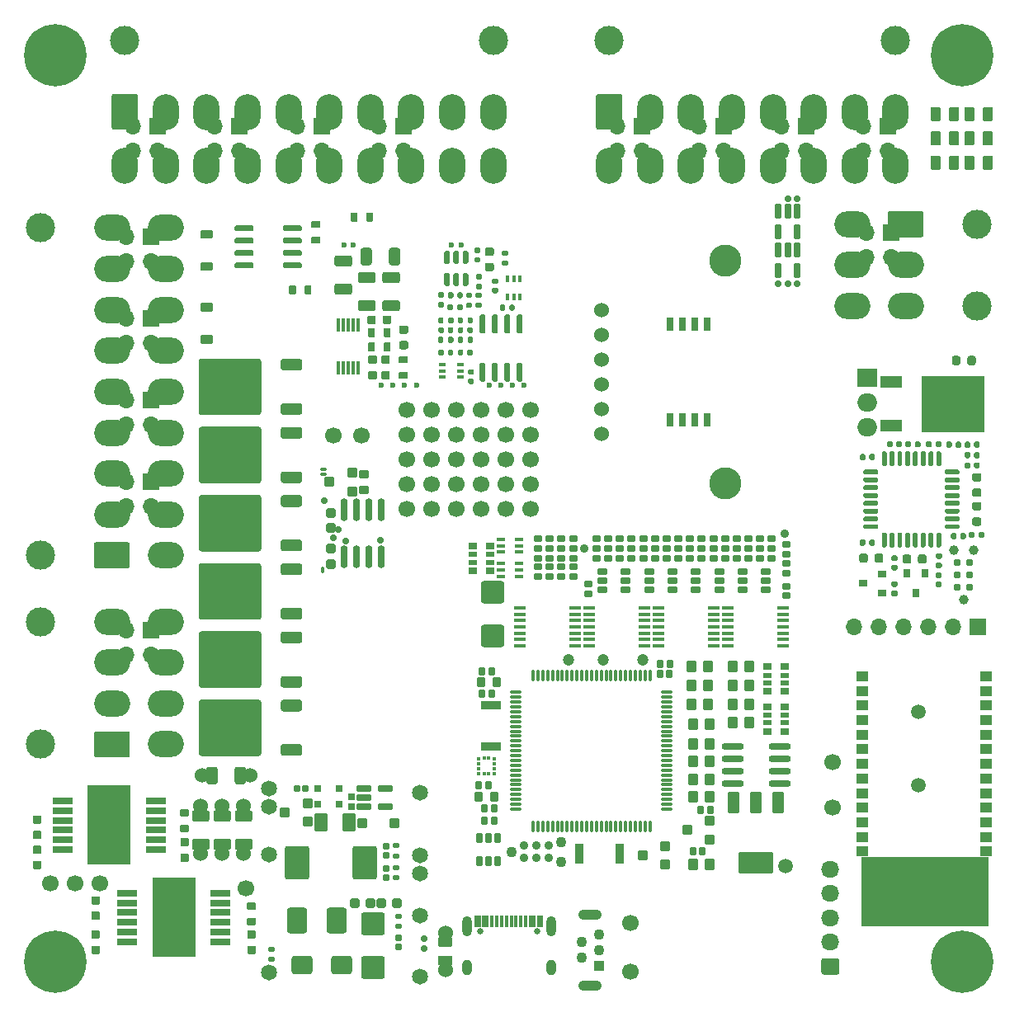
<source format=gts>
G75*
G70*
%OFA0B0*%
%FSLAX25Y25*%
%IPPOS*%
%LPD*%
%AMOC8*
5,1,8,0,0,1.08239X$1,22.5*
%
%AMM116*
21,1,0.027170,0.052760,0.000000,-0.000000,180.000000*
21,1,0.017320,0.062600,0.000000,-0.000000,180.000000*
1,1,0.009840,-0.008660,0.026380*
1,1,0.009840,0.008660,0.026380*
1,1,0.009840,0.008660,-0.026380*
1,1,0.009840,-0.008660,-0.026380*
%
%AMM14*
21,1,0.092130,0.073230,0.000000,0.000000,270.000000*
21,1,0.069290,0.096060,0.000000,0.000000,270.000000*
1,1,0.022840,-0.036610,-0.034650*
1,1,0.022840,-0.036610,0.034650*
1,1,0.022840,0.036610,0.034650*
1,1,0.022840,0.036610,-0.034650*
%
%AMM15*
21,1,0.100000,0.111020,0.000000,0.000000,0.000000*
21,1,0.075590,0.135430,0.000000,0.000000,0.000000*
1,1,0.024410,0.037800,-0.055510*
1,1,0.024410,-0.037800,-0.055510*
1,1,0.024410,-0.037800,0.055510*
1,1,0.024410,0.037800,0.055510*
%
%AMM16*
21,1,0.080320,0.083460,0.000000,0.000000,0.000000*
21,1,0.059840,0.103940,0.000000,0.000000,0.000000*
1,1,0.020470,0.029920,-0.041730*
1,1,0.020470,-0.029920,-0.041730*
1,1,0.020470,-0.029920,0.041730*
1,1,0.020470,0.029920,0.041730*
%
%AMM17*
21,1,0.084250,0.053540,0.000000,0.000000,180.000000*
21,1,0.065350,0.072440,0.000000,0.000000,180.000000*
1,1,0.018900,-0.032680,0.026770*
1,1,0.018900,0.032680,0.026770*
1,1,0.018900,0.032680,-0.026770*
1,1,0.018900,-0.032680,-0.026770*
%
%AMM18*
21,1,0.040950,0.030320,0.000000,0.000000,90.000000*
21,1,0.028350,0.042910,0.000000,0.000000,90.000000*
1,1,0.012600,0.015160,0.014170*
1,1,0.012600,0.015160,-0.014170*
1,1,0.012600,-0.015160,-0.014170*
1,1,0.012600,-0.015160,0.014170*
%
%AMM19*
21,1,0.027170,0.052760,0.000000,0.000000,270.000000*
21,1,0.017320,0.062600,0.000000,0.000000,270.000000*
1,1,0.009840,-0.026380,-0.008660*
1,1,0.009840,-0.026380,0.008660*
1,1,0.009840,0.026380,0.008660*
1,1,0.009840,0.026380,-0.008660*
%
%AMM199*
21,1,0.029530,0.026380,-0.000000,-0.000000,90.000000*
21,1,0.020470,0.035430,-0.000000,-0.000000,90.000000*
1,1,0.009060,0.013190,0.010240*
1,1,0.009060,0.013190,-0.010240*
1,1,0.009060,-0.013190,-0.010240*
1,1,0.009060,-0.013190,0.010240*
%
%AMM20*
21,1,0.041340,0.026770,0.000000,0.000000,0.000000*
21,1,0.029130,0.038980,0.000000,0.000000,0.000000*
1,1,0.012210,0.014570,-0.013390*
1,1,0.012210,-0.014570,-0.013390*
1,1,0.012210,-0.014570,0.013390*
1,1,0.012210,0.014570,0.013390*
%
%AMM200*
21,1,0.021650,0.027950,-0.000000,-0.000000,90.000000*
21,1,0.014170,0.035430,-0.000000,-0.000000,90.000000*
1,1,0.007480,0.013980,0.007090*
1,1,0.007480,0.013980,-0.007090*
1,1,0.007480,-0.013980,-0.007090*
1,1,0.007480,-0.013980,0.007090*
%
%AMM201*
21,1,0.016540,0.028980,-0.000000,-0.000000,270.000000*
21,1,0.010080,0.035430,-0.000000,-0.000000,270.000000*
1,1,0.006460,-0.014490,-0.005040*
1,1,0.006460,-0.014490,0.005040*
1,1,0.006460,0.014490,0.005040*
1,1,0.006460,0.014490,-0.005040*
%
%AMM202*
21,1,0.027560,0.030710,-0.000000,-0.000000,0.000000*
21,1,0.018900,0.039370,-0.000000,-0.000000,0.000000*
1,1,0.008660,0.009450,-0.015350*
1,1,0.008660,-0.009450,-0.015350*
1,1,0.008660,-0.009450,0.015350*
1,1,0.008660,0.009450,0.015350*
%
%AMM203*
21,1,0.031500,0.018900,-0.000000,-0.000000,270.000000*
21,1,0.022840,0.027560,-0.000000,-0.000000,270.000000*
1,1,0.008660,-0.009450,-0.011420*
1,1,0.008660,-0.009450,0.011420*
1,1,0.008660,0.009450,0.011420*
1,1,0.008660,0.009450,-0.011420*
%
%AMM204*
21,1,0.035430,0.072440,-0.000000,-0.000000,270.000000*
21,1,0.025200,0.082680,-0.000000,-0.000000,270.000000*
1,1,0.010240,-0.036220,-0.012600*
1,1,0.010240,-0.036220,0.012600*
1,1,0.010240,0.036220,0.012600*
1,1,0.010240,0.036220,-0.012600*
%
%AMM205*
21,1,0.031500,0.018900,-0.000000,-0.000000,0.000000*
21,1,0.022840,0.027560,-0.000000,-0.000000,0.000000*
1,1,0.008660,0.011420,-0.009450*
1,1,0.008660,-0.011420,-0.009450*
1,1,0.008660,-0.011420,0.009450*
1,1,0.008660,0.011420,0.009450*
%
%AMM206*
21,1,0.027560,0.030710,-0.000000,-0.000000,90.000000*
21,1,0.018900,0.039370,-0.000000,-0.000000,90.000000*
1,1,0.008660,0.015350,0.009450*
1,1,0.008660,0.015350,-0.009450*
1,1,0.008660,-0.015350,-0.009450*
1,1,0.008660,-0.015350,0.009450*
%
%AMM207*
21,1,0.039370,0.030320,-0.000000,-0.000000,90.000000*
21,1,0.028350,0.041340,-0.000000,-0.000000,90.000000*
1,1,0.011020,0.015160,0.014170*
1,1,0.011020,0.015160,-0.014170*
1,1,0.011020,-0.015160,-0.014170*
1,1,0.011020,-0.015160,0.014170*
%
%AMM208*
21,1,0.047240,0.075980,-0.000000,-0.000000,180.000000*
21,1,0.034650,0.088580,-0.000000,-0.000000,180.000000*
1,1,0.012600,-0.017320,0.037990*
1,1,0.012600,0.017320,0.037990*
1,1,0.012600,0.017320,-0.037990*
1,1,0.012600,-0.017320,-0.037990*
%
%AMM209*
21,1,0.043310,0.035430,-0.000000,-0.000000,180.000000*
21,1,0.031500,0.047240,-0.000000,-0.000000,180.000000*
1,1,0.011810,-0.015750,0.017720*
1,1,0.011810,0.015750,0.017720*
1,1,0.011810,0.015750,-0.017720*
1,1,0.011810,-0.015750,-0.017720*
%
%AMM21*
21,1,0.076380,0.036220,0.000000,0.000000,90.000000*
21,1,0.061810,0.050790,0.000000,0.000000,90.000000*
1,1,0.014570,0.018110,0.030910*
1,1,0.014570,0.018110,-0.030910*
1,1,0.014570,-0.018110,-0.030910*
1,1,0.014570,-0.018110,0.030910*
%
%AMM210*
21,1,0.031500,0.030710,-0.000000,-0.000000,180.000000*
21,1,0.022050,0.040160,-0.000000,-0.000000,180.000000*
1,1,0.009450,-0.011020,0.015350*
1,1,0.009450,0.011020,0.015350*
1,1,0.009450,0.011020,-0.015350*
1,1,0.009450,-0.011020,-0.015350*
%
%AMM211*
21,1,0.035430,0.072440,-0.000000,-0.000000,180.000000*
21,1,0.025200,0.082680,-0.000000,-0.000000,180.000000*
1,1,0.010240,-0.012600,0.036220*
1,1,0.010240,0.012600,0.036220*
1,1,0.010240,0.012600,-0.036220*
1,1,0.010240,-0.012600,-0.036220*
%
%AMM212*
21,1,0.141730,0.067720,-0.000000,-0.000000,180.000000*
21,1,0.120870,0.088580,-0.000000,-0.000000,180.000000*
1,1,0.020870,-0.060430,0.033860*
1,1,0.020870,0.060430,0.033860*
1,1,0.020870,0.060430,-0.033860*
1,1,0.020870,-0.060430,-0.033860*
%
%AMM213*
21,1,0.047240,0.075990,-0.000000,-0.000000,180.000000*
21,1,0.034650,0.088580,-0.000000,-0.000000,180.000000*
1,1,0.012600,-0.017320,0.037990*
1,1,0.012600,0.017320,0.037990*
1,1,0.012600,0.017320,-0.037990*
1,1,0.012600,-0.017320,-0.037990*
%
%AMM214*
21,1,0.090550,0.073230,-0.000000,-0.000000,270.000000*
21,1,0.069290,0.094490,-0.000000,-0.000000,270.000000*
1,1,0.021260,-0.036610,-0.034650*
1,1,0.021260,-0.036610,0.034650*
1,1,0.021260,0.036610,0.034650*
1,1,0.021260,0.036610,-0.034650*
%
%AMM22*
21,1,0.038980,0.026770,0.000000,0.000000,0.000000*
21,1,0.026770,0.038980,0.000000,0.000000,0.000000*
1,1,0.012210,0.013390,-0.013390*
1,1,0.012210,-0.013390,-0.013390*
1,1,0.012210,-0.013390,0.013390*
1,1,0.012210,0.013390,0.013390*
%
%AMM23*
21,1,0.021260,0.016540,0.000000,0.000000,270.000000*
21,1,0.012600,0.025200,0.000000,0.000000,270.000000*
1,1,0.008660,-0.008270,-0.006300*
1,1,0.008660,-0.008270,0.006300*
1,1,0.008660,0.008270,0.006300*
1,1,0.008660,0.008270,-0.006300*
%
%AMM24*
21,1,0.029130,0.018900,0.000000,0.000000,90.000000*
21,1,0.018900,0.029130,0.000000,0.000000,90.000000*
1,1,0.010240,0.009450,0.009450*
1,1,0.010240,0.009450,-0.009450*
1,1,0.010240,-0.009450,-0.009450*
1,1,0.010240,-0.009450,0.009450*
%
%AMM25*
21,1,0.025200,0.019680,0.000000,0.000000,0.000000*
21,1,0.015750,0.029130,0.000000,0.000000,0.000000*
1,1,0.009450,0.007870,-0.009840*
1,1,0.009450,-0.007870,-0.009840*
1,1,0.009450,-0.007870,0.009840*
1,1,0.009450,0.007870,0.009840*
%
%AMM252*
21,1,0.040950,0.030320,0.000000,-0.000000,90.000000*
21,1,0.028350,0.042910,0.000000,-0.000000,90.000000*
1,1,0.012600,0.015160,0.014170*
1,1,0.012600,0.015160,-0.014170*
1,1,0.012600,-0.015160,-0.014170*
1,1,0.012600,-0.015160,0.014170*
%
%AMM253*
21,1,0.038980,0.026770,0.000000,-0.000000,270.000000*
21,1,0.026770,0.038980,0.000000,-0.000000,270.000000*
1,1,0.012210,-0.013390,-0.013390*
1,1,0.012210,-0.013390,0.013390*
1,1,0.012210,0.013390,0.013390*
1,1,0.012210,0.013390,-0.013390*
%
%AMM254*
21,1,0.033070,0.030710,0.000000,-0.000000,90.000000*
21,1,0.022050,0.041730,0.000000,-0.000000,90.000000*
1,1,0.011020,0.015350,0.011020*
1,1,0.011020,0.015350,-0.011020*
1,1,0.011020,-0.015350,-0.011020*
1,1,0.011020,-0.015350,0.011020*
%
%AMM26*
21,1,0.025200,0.019680,0.000000,0.000000,270.000000*
21,1,0.015750,0.029130,0.000000,0.000000,270.000000*
1,1,0.009450,-0.009840,-0.007870*
1,1,0.009450,-0.009840,0.007870*
1,1,0.009450,0.009840,0.007870*
1,1,0.009450,0.009840,-0.007870*
%
%ADD11R,0.06693X0.06693*%
%ADD116M14*%
%ADD117M15*%
%ADD118M16*%
%ADD119M17*%
%ADD12O,0.06693X0.06693*%
%ADD120M18*%
%ADD121M19*%
%ADD122M20*%
%ADD123M21*%
%ADD124M22*%
%ADD125M23*%
%ADD126M24*%
%ADD127M25*%
%ADD128M26*%
%ADD129C,0.02913*%
%ADD13O,0.10630X0.14567*%
%ADD130C,0.06457*%
%ADD14C,0.06693*%
%ADD152R,0.02559X0.01575*%
%ADD153R,0.01575X0.02559*%
%ADD156R,0.03543X0.03150*%
%ADD158C,0.05118*%
%ADD16C,0.11811*%
%ADD160R,0.03150X0.03543*%
%ADD168C,0.03100*%
%ADD171C,0.03900*%
%ADD205O,0.05118X0.01260*%
%ADD206O,0.01260X0.05118*%
%ADD207O,0.04724X0.01575*%
%ADD208C,0.03494*%
%ADD211R,0.01772X0.01378*%
%ADD212R,0.01378X0.01772*%
%ADD217O,0.09055X0.02756*%
%ADD224C,0.03543*%
%ADD226C,0.04724*%
%ADD227C,0.04294*%
%ADD24C,0.03150*%
%ADD25C,0.25197*%
%ADD26C,0.06000*%
%ADD27O,0.07283X0.06693*%
%ADD271O,0.02520X0.01535*%
%ADD272O,0.01535X0.02520*%
%ADD28C,0.02362*%
%ADD297M116*%
%ADD306R,0.01181X0.05512*%
%ADD307R,0.08661X0.04724*%
%ADD308R,0.25197X0.22835*%
%ADD309R,0.07874X0.07500*%
%ADD310O,0.07874X0.07500*%
%ADD34R,0.04331X0.04331*%
%ADD35C,0.04331*%
%ADD36O,0.09449X0.04331*%
%ADD39C,0.05906*%
%ADD408M199*%
%ADD409M200*%
%ADD410M201*%
%ADD411M202*%
%ADD412M203*%
%ADD413M204*%
%ADD414M205*%
%ADD415M206*%
%ADD416M207*%
%ADD417M208*%
%ADD418M209*%
%ADD419M210*%
%ADD420M211*%
%ADD421M212*%
%ADD422M213*%
%ADD423M214*%
%ADD452O,0.02913X0.09213*%
%ADD462M252*%
%ADD463M253*%
%ADD464M254*%
%ADD52O,0.00984X0.01969*%
%ADD54O,0.01969X0.00984*%
%ADD55O,0.14567X0.10630*%
%ADD56R,0.05118X0.03937*%
%ADD57R,0.07874X0.02559*%
%ADD58R,0.17717X0.31890*%
%ADD71R,0.01181X0.04528*%
%ADD72O,0.03937X0.08268*%
%ADD73O,0.03937X0.06299*%
%ADD74C,0.13000*%
%ADD75R,0.02717X0.05315*%
%ADD80C,0.00472*%
%ADD81C,0.02559*%
X0000000Y0000000D02*
%LPD*%
G01*
D80*
X0390354Y0028445D02*
X0339173Y0028445D01*
X0339173Y0056004D01*
X0390354Y0056004D01*
X0390354Y0028445D01*
G36*
X0390354Y0028445D02*
G01*
X0339173Y0028445D01*
X0339173Y0056004D01*
X0390354Y0056004D01*
X0390354Y0028445D01*
G37*
G36*
G01*
X0380906Y0334154D02*
X0380906Y0339075D01*
G75*
G02*
X0381299Y0339469I0000394J0000000D01*
G01*
X0384449Y0339469D01*
G75*
G02*
X0384843Y0339075I0000000J-000394D01*
G01*
X0384843Y0334154D01*
G75*
G02*
X0384449Y0333760I-000394J0000000D01*
G01*
X0381299Y0333760D01*
G75*
G02*
X0380906Y0334154I0000000J0000394D01*
G01*
G37*
G36*
G01*
X0388386Y0334154D02*
X0388386Y0339075D01*
G75*
G02*
X0388780Y0339469I0000394J0000000D01*
G01*
X0391929Y0339469D01*
G75*
G02*
X0392323Y0339075I0000000J-000394D01*
G01*
X0392323Y0334154D01*
G75*
G02*
X0391929Y0333760I-000394J0000000D01*
G01*
X0388780Y0333760D01*
G75*
G02*
X0388386Y0334154I0000000J0000394D01*
G01*
G37*
G36*
G01*
X0113287Y0295709D02*
X0113287Y0294528D01*
G75*
G02*
X0112697Y0293937I-000591J0000000D01*
G01*
X0106201Y0293937D01*
G75*
G02*
X0105610Y0294528I0000000J0000591D01*
G01*
X0105610Y0295709D01*
G75*
G02*
X0106201Y0296299I0000591J0000000D01*
G01*
X0112697Y0296299D01*
G75*
G02*
X0113287Y0295709I0000000J-000591D01*
G01*
G37*
G36*
G01*
X0113287Y0300709D02*
X0113287Y0299528D01*
G75*
G02*
X0112697Y0298937I-000591J0000000D01*
G01*
X0106201Y0298937D01*
G75*
G02*
X0105610Y0299528I0000000J0000591D01*
G01*
X0105610Y0300709D01*
G75*
G02*
X0106201Y0301299I0000591J0000000D01*
G01*
X0112697Y0301299D01*
G75*
G02*
X0113287Y0300709I0000000J-000591D01*
G01*
G37*
G36*
G01*
X0113287Y0305709D02*
X0113287Y0304528D01*
G75*
G02*
X0112697Y0303937I-000591J0000000D01*
G01*
X0106201Y0303937D01*
G75*
G02*
X0105610Y0304528I0000000J0000591D01*
G01*
X0105610Y0305709D01*
G75*
G02*
X0106201Y0306299I0000591J0000000D01*
G01*
X0112697Y0306299D01*
G75*
G02*
X0113287Y0305709I0000000J-000591D01*
G01*
G37*
G36*
G01*
X0113287Y0310709D02*
X0113287Y0309528D01*
G75*
G02*
X0112697Y0308937I-000591J0000000D01*
G01*
X0106201Y0308937D01*
G75*
G02*
X0105610Y0309528I0000000J0000591D01*
G01*
X0105610Y0310709D01*
G75*
G02*
X0106201Y0311299I0000591J0000000D01*
G01*
X0112697Y0311299D01*
G75*
G02*
X0113287Y0310709I0000000J-000591D01*
G01*
G37*
G36*
G01*
X0093799Y0310709D02*
X0093799Y0309528D01*
G75*
G02*
X0093209Y0308937I-000591J0000000D01*
G01*
X0086713Y0308937D01*
G75*
G02*
X0086122Y0309528I0000000J0000591D01*
G01*
X0086122Y0310709D01*
G75*
G02*
X0086713Y0311299I0000591J0000000D01*
G01*
X0093209Y0311299D01*
G75*
G02*
X0093799Y0310709I0000000J-000591D01*
G01*
G37*
G36*
G01*
X0093799Y0305709D02*
X0093799Y0304528D01*
G75*
G02*
X0093209Y0303937I-000591J0000000D01*
G01*
X0086713Y0303937D01*
G75*
G02*
X0086122Y0304528I0000000J0000591D01*
G01*
X0086122Y0305709D01*
G75*
G02*
X0086713Y0306299I0000591J0000000D01*
G01*
X0093209Y0306299D01*
G75*
G02*
X0093799Y0305709I0000000J-000591D01*
G01*
G37*
G36*
G01*
X0093799Y0300709D02*
X0093799Y0299528D01*
G75*
G02*
X0093209Y0298937I-000591J0000000D01*
G01*
X0086713Y0298937D01*
G75*
G02*
X0086122Y0299528I0000000J0000591D01*
G01*
X0086122Y0300709D01*
G75*
G02*
X0086713Y0301299I0000591J0000000D01*
G01*
X0093209Y0301299D01*
G75*
G02*
X0093799Y0300709I0000000J-000591D01*
G01*
G37*
G36*
G01*
X0093799Y0295709D02*
X0093799Y0294528D01*
G75*
G02*
X0093209Y0293937I-000591J0000000D01*
G01*
X0086713Y0293937D01*
G75*
G02*
X0086122Y0294528I0000000J0000591D01*
G01*
X0086122Y0295709D01*
G75*
G02*
X0086713Y0296299I0000591J0000000D01*
G01*
X0093209Y0296299D01*
G75*
G02*
X0093799Y0295709I0000000J-000591D01*
G01*
G37*
G36*
G01*
X0028583Y0040217D02*
X0031260Y0040217D01*
G75*
G02*
X0031594Y0039882I0000000J-000335D01*
G01*
X0031594Y0037205D01*
G75*
G02*
X0031260Y0036870I-000335J0000000D01*
G01*
X0028583Y0036870D01*
G75*
G02*
X0028248Y0037205I0000000J0000335D01*
G01*
X0028248Y0039882D01*
G75*
G02*
X0028583Y0040217I0000335J0000000D01*
G01*
G37*
G36*
G01*
X0028583Y0033996D02*
X0031260Y0033996D01*
G75*
G02*
X0031594Y0033661I0000000J-000335D01*
G01*
X0031594Y0030984D01*
G75*
G02*
X0031260Y0030650I-000335J0000000D01*
G01*
X0028583Y0030650D01*
G75*
G02*
X0028248Y0030984I0000000J0000335D01*
G01*
X0028248Y0033661D01*
G75*
G02*
X0028583Y0033996I0000335J0000000D01*
G01*
G37*
G36*
G01*
X0380906Y0343996D02*
X0380906Y0348917D01*
G75*
G02*
X0381299Y0349311I0000394J0000000D01*
G01*
X0384449Y0349311D01*
G75*
G02*
X0384843Y0348917I0000000J-000394D01*
G01*
X0384843Y0343996D01*
G75*
G02*
X0384449Y0343602I-000394J0000000D01*
G01*
X0381299Y0343602D01*
G75*
G02*
X0380906Y0343996I0000000J0000394D01*
G01*
G37*
G36*
G01*
X0388386Y0343996D02*
X0388386Y0348917D01*
G75*
G02*
X0388780Y0349311I0000394J0000000D01*
G01*
X0391929Y0349311D01*
G75*
G02*
X0392323Y0348917I0000000J-000394D01*
G01*
X0392323Y0343996D01*
G75*
G02*
X0391929Y0343602I-000394J0000000D01*
G01*
X0388780Y0343602D01*
G75*
G02*
X0388386Y0343996I0000000J0000394D01*
G01*
G37*
G36*
G01*
X0113386Y0155787D02*
X0113386Y0153031D01*
G75*
G02*
X0112402Y0152047I-000984J0000000D01*
G01*
X0105709Y0152047D01*
G75*
G02*
X0104724Y0153031I0000000J0000984D01*
G01*
X0104724Y0155787D01*
G75*
G02*
X0105709Y0156772I0000984J0000000D01*
G01*
X0112402Y0156772D01*
G75*
G02*
X0113386Y0155787I0000000J-000984D01*
G01*
G37*
G36*
G01*
X0096850Y0173819D02*
X0096850Y0152953D01*
G75*
G02*
X0095866Y0151969I-000984J0000000D01*
G01*
X0072638Y0151969D01*
G75*
G02*
X0071654Y0152953I0000000J0000984D01*
G01*
X0071654Y0173819D01*
G75*
G02*
X0072638Y0174803I0000984J0000000D01*
G01*
X0095866Y0174803D01*
G75*
G02*
X0096850Y0173819I0000000J-000984D01*
G01*
G37*
G36*
G01*
X0113386Y0173740D02*
X0113386Y0170984D01*
G75*
G02*
X0112402Y0170000I-000984J0000000D01*
G01*
X0105709Y0170000D01*
G75*
G02*
X0104724Y0170984I0000000J0000984D01*
G01*
X0104724Y0173740D01*
G75*
G02*
X0105709Y0174724I0000984J0000000D01*
G01*
X0112402Y0174724D01*
G75*
G02*
X0113386Y0173740I0000000J-000984D01*
G01*
G37*
D11*
X0052421Y0207677D03*
D12*
X0042421Y0207677D03*
X0052421Y0197677D03*
X0042421Y0197677D03*
D16*
X0237402Y0385925D03*
X0353150Y0385925D03*
G36*
G01*
X0232087Y0350886D02*
X0232087Y0363484D01*
G75*
G02*
X0233071Y0364469I0000984J0000000D01*
G01*
X0241732Y0364469D01*
G75*
G02*
X0242717Y0363484I0000000J-000984D01*
G01*
X0242717Y0350886D01*
G75*
G02*
X0241732Y0349902I-000984J0000000D01*
G01*
X0233071Y0349902D01*
G75*
G02*
X0232087Y0350886I0000000J0000984D01*
G01*
G37*
D13*
X0253937Y0357185D03*
X0270472Y0357185D03*
X0287008Y0357185D03*
X0303543Y0357185D03*
X0320079Y0357185D03*
X0336614Y0357185D03*
X0353150Y0357185D03*
X0237402Y0335531D03*
X0253937Y0335531D03*
X0270472Y0335531D03*
X0287008Y0335531D03*
X0303543Y0335531D03*
X0320079Y0335531D03*
X0336614Y0335531D03*
X0353150Y0335531D03*
D14*
X0327559Y0075984D03*
D11*
X0052421Y0240748D03*
D12*
X0042421Y0240748D03*
X0052421Y0230748D03*
X0042421Y0230748D03*
D16*
X0041732Y0385925D03*
X0190551Y0385925D03*
G36*
G01*
X0036417Y0350886D02*
X0036417Y0363484D01*
G75*
G02*
X0037402Y0364469I0000984J0000000D01*
G01*
X0046063Y0364469D01*
G75*
G02*
X0047047Y0363484I0000000J-000984D01*
G01*
X0047047Y0350886D01*
G75*
G02*
X0046063Y0349902I-000984J0000000D01*
G01*
X0037402Y0349902D01*
G75*
G02*
X0036417Y0350886I0000000J0000984D01*
G01*
G37*
D13*
X0058268Y0357185D03*
X0074803Y0357185D03*
X0091339Y0357185D03*
X0107874Y0357185D03*
X0124409Y0357185D03*
X0140945Y0357185D03*
X0157480Y0357185D03*
X0174016Y0357185D03*
X0190551Y0357185D03*
X0041732Y0335531D03*
X0058268Y0335531D03*
X0074803Y0335531D03*
X0091339Y0335531D03*
X0107874Y0335531D03*
X0124409Y0335531D03*
X0140945Y0335531D03*
X0157480Y0335531D03*
X0174016Y0335531D03*
X0190551Y0335531D03*
G36*
G01*
X0113386Y0238465D02*
X0113386Y0235709D01*
G75*
G02*
X0112402Y0234724I-000984J0000000D01*
G01*
X0105709Y0234724D01*
G75*
G02*
X0104724Y0235709I0000000J0000984D01*
G01*
X0104724Y0238465D01*
G75*
G02*
X0105709Y0239449I0000984J0000000D01*
G01*
X0112402Y0239449D01*
G75*
G02*
X0113386Y0238465I0000000J-000984D01*
G01*
G37*
G36*
G01*
X0096850Y0256496D02*
X0096850Y0235630D01*
G75*
G02*
X0095866Y0234646I-000984J0000000D01*
G01*
X0072638Y0234646D01*
G75*
G02*
X0071654Y0235630I0000000J0000984D01*
G01*
X0071654Y0256496D01*
G75*
G02*
X0072638Y0257480I0000984J0000000D01*
G01*
X0095866Y0257480D01*
G75*
G02*
X0096850Y0256496I0000000J-000984D01*
G01*
G37*
G36*
G01*
X0113386Y0256417D02*
X0113386Y0253661D01*
G75*
G02*
X0112402Y0252677I-000984J0000000D01*
G01*
X0105709Y0252677D01*
G75*
G02*
X0104724Y0253661I0000000J0000984D01*
G01*
X0104724Y0256417D01*
G75*
G02*
X0105709Y0257402I0000984J0000000D01*
G01*
X0112402Y0257402D01*
G75*
G02*
X0113386Y0256417I0000000J-000984D01*
G01*
G37*
G36*
G01*
X0113386Y0210906D02*
X0113386Y0208150D01*
G75*
G02*
X0112402Y0207165I-000984J0000000D01*
G01*
X0105709Y0207165D01*
G75*
G02*
X0104724Y0208150I0000000J0000984D01*
G01*
X0104724Y0210906D01*
G75*
G02*
X0105709Y0211890I0000984J0000000D01*
G01*
X0112402Y0211890D01*
G75*
G02*
X0113386Y0210906I0000000J-000984D01*
G01*
G37*
G36*
G01*
X0096850Y0228937D02*
X0096850Y0208071D01*
G75*
G02*
X0095866Y0207087I-000984J0000000D01*
G01*
X0072638Y0207087D01*
G75*
G02*
X0071654Y0208071I0000000J0000984D01*
G01*
X0071654Y0228937D01*
G75*
G02*
X0072638Y0229921I0000984J0000000D01*
G01*
X0095866Y0229921D01*
G75*
G02*
X0096850Y0228937I0000000J-000984D01*
G01*
G37*
G36*
G01*
X0113386Y0228858D02*
X0113386Y0226102D01*
G75*
G02*
X0112402Y0225118I-000984J0000000D01*
G01*
X0105709Y0225118D01*
G75*
G02*
X0104724Y0226102I0000000J0000984D01*
G01*
X0104724Y0228858D01*
G75*
G02*
X0105709Y0229843I0000984J0000000D01*
G01*
X0112402Y0229843D01*
G75*
G02*
X0113386Y0228858I0000000J-000984D01*
G01*
G37*
D11*
X0154291Y0351280D03*
D12*
X0144291Y0351280D03*
X0154291Y0341280D03*
X0144291Y0341280D03*
D14*
X0125984Y0226378D03*
G36*
G01*
X0091575Y0026437D02*
X0094252Y0026437D01*
G75*
G02*
X0094587Y0026102I0000000J-000335D01*
G01*
X0094587Y0023425D01*
G75*
G02*
X0094252Y0023091I-000335J0000000D01*
G01*
X0091575Y0023091D01*
G75*
G02*
X0091240Y0023425I0000000J0000335D01*
G01*
X0091240Y0026102D01*
G75*
G02*
X0091575Y0026437I0000335J0000000D01*
G01*
G37*
G36*
G01*
X0091575Y0020217D02*
X0094252Y0020217D01*
G75*
G02*
X0094587Y0019882I0000000J-000335D01*
G01*
X0094587Y0017205D01*
G75*
G02*
X0094252Y0016870I-000335J0000000D01*
G01*
X0091575Y0016870D01*
G75*
G02*
X0091240Y0017205I0000000J0000335D01*
G01*
X0091240Y0019882D01*
G75*
G02*
X0091575Y0020217I0000335J0000000D01*
G01*
G37*
G36*
G01*
X0142057Y0316201D02*
X0142057Y0313130D01*
G75*
G02*
X0141781Y0312854I-000276J0000000D01*
G01*
X0139577Y0312854D01*
G75*
G02*
X0139301Y0313130I0000000J0000276D01*
G01*
X0139301Y0316201D01*
G75*
G02*
X0139577Y0316476I0000276J0000000D01*
G01*
X0141781Y0316476D01*
G75*
G02*
X0142057Y0316201I0000000J-000276D01*
G01*
G37*
G36*
G01*
X0135758Y0316201D02*
X0135758Y0313130D01*
G75*
G02*
X0135482Y0312854I-000276J0000000D01*
G01*
X0133278Y0312854D01*
G75*
G02*
X0133002Y0313130I0000000J0000276D01*
G01*
X0133002Y0316201D01*
G75*
G02*
X0133278Y0316476I0000276J0000000D01*
G01*
X0135482Y0316476D01*
G75*
G02*
X0135758Y0316201I0000000J-000276D01*
G01*
G37*
X0137402Y0226378D03*
G36*
G01*
X0064508Y0063681D02*
X0067185Y0063681D01*
G75*
G02*
X0067520Y0063346I0000000J-000335D01*
G01*
X0067520Y0060669D01*
G75*
G02*
X0067185Y0060335I-000335J0000000D01*
G01*
X0064508Y0060335D01*
G75*
G02*
X0064173Y0060669I0000000J0000335D01*
G01*
X0064173Y0063346D01*
G75*
G02*
X0064508Y0063681I0000335J0000000D01*
G01*
G37*
G36*
G01*
X0064508Y0057461D02*
X0067185Y0057461D01*
G75*
G02*
X0067520Y0057126I0000000J-000335D01*
G01*
X0067520Y0054449D01*
G75*
G02*
X0067185Y0054114I-000335J0000000D01*
G01*
X0064508Y0054114D01*
G75*
G02*
X0064173Y0054449I0000000J0000335D01*
G01*
X0064173Y0057126D01*
G75*
G02*
X0064508Y0057461I0000335J0000000D01*
G01*
G37*
X0021811Y0045276D03*
D24*
X0004331Y0379921D03*
X0007098Y0386603D03*
X0007098Y0373240D03*
X0013780Y0389370D03*
D25*
X0013780Y0379921D03*
D24*
X0013780Y0370472D03*
X0020461Y0386603D03*
X0020461Y0373240D03*
X0023228Y0379921D03*
X0370472Y0379921D03*
X0373240Y0386603D03*
X0373240Y0373240D03*
X0379921Y0389370D03*
D25*
X0379921Y0379921D03*
D24*
X0379921Y0370472D03*
X0386603Y0386603D03*
X0386603Y0373240D03*
X0389370Y0379921D03*
D26*
X0072441Y0076575D03*
G36*
G01*
X0068898Y0071280D02*
X0068898Y0073996D01*
G75*
G02*
X0069803Y0074902I0000906J0000000D01*
G01*
X0075079Y0074902D01*
G75*
G02*
X0075984Y0073996I0000000J-000906D01*
G01*
X0075984Y0071280D01*
G75*
G02*
X0075079Y0070374I-000906J0000000D01*
G01*
X0069803Y0070374D01*
G75*
G02*
X0068898Y0071280I0000000J0000906D01*
G01*
G37*
G36*
G01*
X0068898Y0059862D02*
X0068898Y0062579D01*
G75*
G02*
X0069803Y0063484I0000906J0000000D01*
G01*
X0075079Y0063484D01*
G75*
G02*
X0075984Y0062579I0000000J-000906D01*
G01*
X0075984Y0059862D01*
G75*
G02*
X0075079Y0058957I-000906J0000000D01*
G01*
X0069803Y0058957D01*
G75*
G02*
X0068898Y0059862I0000000J0000906D01*
G01*
G37*
X0072441Y0057283D03*
G36*
G01*
X0367323Y0334154D02*
X0367323Y0339075D01*
G75*
G02*
X0367717Y0339469I0000394J0000000D01*
G01*
X0370866Y0339469D01*
G75*
G02*
X0371260Y0339075I0000000J-000394D01*
G01*
X0371260Y0334154D01*
G75*
G02*
X0370866Y0333760I-000394J0000000D01*
G01*
X0367717Y0333760D01*
G75*
G02*
X0367323Y0334154I0000000J0000394D01*
G01*
G37*
G36*
G01*
X0374803Y0334154D02*
X0374803Y0339075D01*
G75*
G02*
X0375197Y0339469I0000394J0000000D01*
G01*
X0378347Y0339469D01*
G75*
G02*
X0378740Y0339075I0000000J-000394D01*
G01*
X0378740Y0334154D01*
G75*
G02*
X0378347Y0333760I-000394J0000000D01*
G01*
X0375197Y0333760D01*
G75*
G02*
X0374803Y0334154I0000000J0000394D01*
G01*
G37*
G36*
G01*
X0004961Y0072894D02*
X0007638Y0072894D01*
G75*
G02*
X0007972Y0072559I0000000J-000335D01*
G01*
X0007972Y0069882D01*
G75*
G02*
X0007638Y0069547I-000335J0000000D01*
G01*
X0004961Y0069547D01*
G75*
G02*
X0004626Y0069882I0000000J0000335D01*
G01*
X0004626Y0072559D01*
G75*
G02*
X0004961Y0072894I0000335J0000000D01*
G01*
G37*
G36*
G01*
X0004961Y0066673D02*
X0007638Y0066673D01*
G75*
G02*
X0007972Y0066339I0000000J-000335D01*
G01*
X0007972Y0063661D01*
G75*
G02*
X0007638Y0063327I-000335J0000000D01*
G01*
X0004961Y0063327D01*
G75*
G02*
X0004626Y0063661I0000000J0000335D01*
G01*
X0004626Y0066339D01*
G75*
G02*
X0004961Y0066673I0000335J0000000D01*
G01*
G37*
G36*
G01*
X0329429Y0008465D02*
X0324114Y0008465D01*
G75*
G02*
X0323130Y0009449I0000000J0000984D01*
G01*
X0323130Y0014173D01*
G75*
G02*
X0324114Y0015157I0000984J0000000D01*
G01*
X0329429Y0015157D01*
G75*
G02*
X0330413Y0014173I0000000J-000984D01*
G01*
X0330413Y0009449D01*
G75*
G02*
X0329429Y0008465I-000984J0000000D01*
G01*
G37*
D27*
X0326772Y0021654D03*
X0326772Y0031496D03*
X0326772Y0041339D03*
X0326772Y0051181D03*
D14*
X0246063Y0029528D03*
D24*
X0004331Y0013780D03*
X0007098Y0020461D03*
X0007098Y0007098D03*
X0013780Y0023228D03*
D25*
X0013780Y0013780D03*
D24*
X0013780Y0004331D03*
X0020461Y0020461D03*
X0020461Y0007098D03*
X0023228Y0013780D03*
D28*
X0193602Y0246752D03*
X0188878Y0246752D03*
X0198327Y0246752D03*
X0203051Y0246752D03*
X0177618Y0303543D03*
X0173681Y0303543D03*
G36*
G01*
X0117126Y0286772D02*
X0117126Y0283701D01*
G75*
G02*
X0116850Y0283425I-000276J0000000D01*
G01*
X0114646Y0283425D01*
G75*
G02*
X0114370Y0283701I0000000J0000276D01*
G01*
X0114370Y0286772D01*
G75*
G02*
X0114646Y0287047I0000276J0000000D01*
G01*
X0116850Y0287047D01*
G75*
G02*
X0117126Y0286772I0000000J-000276D01*
G01*
G37*
G36*
G01*
X0110827Y0286772D02*
X0110827Y0283701D01*
G75*
G02*
X0110551Y0283425I-000276J0000000D01*
G01*
X0108346Y0283425D01*
G75*
G02*
X0108071Y0283701I0000000J0000276D01*
G01*
X0108071Y0286772D01*
G75*
G02*
X0108346Y0287047I0000276J0000000D01*
G01*
X0110551Y0287047D01*
G75*
G02*
X0110827Y0286772I0000000J-000276D01*
G01*
G37*
D14*
X0011811Y0045276D03*
D34*
X0233268Y0012205D03*
D35*
X0226378Y0015354D03*
X0233268Y0018504D03*
X0226378Y0021654D03*
X0233268Y0024803D03*
D36*
X0229823Y0004134D03*
X0229823Y0032874D03*
D26*
X0081102Y0076575D03*
G36*
G01*
X0077559Y0071280D02*
X0077559Y0073996D01*
G75*
G02*
X0078465Y0074902I0000906J0000000D01*
G01*
X0083740Y0074902D01*
G75*
G02*
X0084646Y0073996I0000000J-000906D01*
G01*
X0084646Y0071280D01*
G75*
G02*
X0083740Y0070374I-000906J0000000D01*
G01*
X0078465Y0070374D01*
G75*
G02*
X0077559Y0071280I0000000J0000906D01*
G01*
G37*
G36*
G01*
X0077559Y0059862D02*
X0077559Y0062579D01*
G75*
G02*
X0078465Y0063484I0000906J0000000D01*
G01*
X0083740Y0063484D01*
G75*
G02*
X0084646Y0062579I0000000J-000906D01*
G01*
X0084646Y0059862D01*
G75*
G02*
X0083740Y0058957I-000906J0000000D01*
G01*
X0078465Y0058957D01*
G75*
G02*
X0077559Y0059862I0000000J0000906D01*
G01*
G37*
X0081102Y0057283D03*
D28*
X0313287Y0287894D03*
X0309547Y0287894D03*
X0305807Y0287894D03*
X0309744Y0322146D03*
X0313287Y0322146D03*
G36*
G01*
X0031260Y0016870D02*
X0028583Y0016870D01*
G75*
G02*
X0028248Y0017205I0000000J0000335D01*
G01*
X0028248Y0019882D01*
G75*
G02*
X0028583Y0020217I0000335J0000000D01*
G01*
X0031260Y0020217D01*
G75*
G02*
X0031594Y0019882I0000000J-000335D01*
G01*
X0031594Y0017205D01*
G75*
G02*
X0031260Y0016870I-000335J0000000D01*
G01*
G37*
G36*
G01*
X0031260Y0023091D02*
X0028583Y0023091D01*
G75*
G02*
X0028248Y0023425I0000000J0000335D01*
G01*
X0028248Y0026102D01*
G75*
G02*
X0028583Y0026437I0000335J0000000D01*
G01*
X0031260Y0026437D01*
G75*
G02*
X0031594Y0026102I0000000J-000335D01*
G01*
X0031594Y0023425D01*
G75*
G02*
X0031260Y0023091I-000335J0000000D01*
G01*
G37*
D14*
X0090551Y0043307D03*
D39*
X0160925Y0081988D03*
X0160925Y0056791D03*
X0160925Y0049311D03*
X0160925Y0032382D03*
D28*
X0162697Y0022933D03*
X0162697Y0018996D03*
D39*
X0160925Y0007776D03*
X0099902Y0083760D03*
X0099902Y0076476D03*
X0099902Y0056988D03*
X0099902Y0009547D03*
G36*
G01*
X0113386Y0100669D02*
X0113386Y0097913D01*
G75*
G02*
X0112402Y0096929I-000984J0000000D01*
G01*
X0105709Y0096929D01*
G75*
G02*
X0104724Y0097913I0000000J0000984D01*
G01*
X0104724Y0100669D01*
G75*
G02*
X0105709Y0101654I0000984J0000000D01*
G01*
X0112402Y0101654D01*
G75*
G02*
X0113386Y0100669I0000000J-000984D01*
G01*
G37*
G36*
G01*
X0096850Y0118701D02*
X0096850Y0097835D01*
G75*
G02*
X0095866Y0096850I-000984J0000000D01*
G01*
X0072638Y0096850D01*
G75*
G02*
X0071654Y0097835I0000000J0000984D01*
G01*
X0071654Y0118701D01*
G75*
G02*
X0072638Y0119685I0000984J0000000D01*
G01*
X0095866Y0119685D01*
G75*
G02*
X0096850Y0118701I0000000J-000984D01*
G01*
G37*
G36*
G01*
X0113386Y0118622D02*
X0113386Y0115866D01*
G75*
G02*
X0112402Y0114882I-000984J0000000D01*
G01*
X0105709Y0114882D01*
G75*
G02*
X0104724Y0115866I0000000J0000984D01*
G01*
X0104724Y0118622D01*
G75*
G02*
X0105709Y0119606I0000984J0000000D01*
G01*
X0112402Y0119606D01*
G75*
G02*
X0113386Y0118622I0000000J-000984D01*
G01*
G37*
D52*
X0121654Y0171949D03*
D54*
X0121850Y0212697D03*
X0121850Y0210728D03*
D28*
X0125984Y0184941D03*
X0128051Y0188386D03*
X0131004Y0183760D03*
X0144980Y0184055D03*
G36*
G01*
X0064311Y0075236D02*
X0067382Y0075236D01*
G75*
G02*
X0067657Y0074961I0000000J-000276D01*
G01*
X0067657Y0072756D01*
G75*
G02*
X0067382Y0072480I-000276J0000000D01*
G01*
X0064311Y0072480D01*
G75*
G02*
X0064035Y0072756I0000000J0000276D01*
G01*
X0064035Y0074961D01*
G75*
G02*
X0064311Y0075236I0000276J0000000D01*
G01*
G37*
G36*
G01*
X0064311Y0068937D02*
X0067382Y0068937D01*
G75*
G02*
X0067657Y0068661I0000000J-000276D01*
G01*
X0067657Y0066457D01*
G75*
G02*
X0067382Y0066181I-000276J0000000D01*
G01*
X0064311Y0066181D01*
G75*
G02*
X0064035Y0066457I0000000J0000276D01*
G01*
X0064035Y0068661D01*
G75*
G02*
X0064311Y0068937I0000276J0000000D01*
G01*
G37*
D11*
X0316890Y0351280D03*
D12*
X0306890Y0351280D03*
X0316890Y0341280D03*
X0306890Y0341280D03*
D16*
X0007776Y0177953D03*
X0007776Y0310236D03*
G36*
G01*
X0042815Y0172638D02*
X0030217Y0172638D01*
G75*
G02*
X0029232Y0173622I0000000J0000984D01*
G01*
X0029232Y0182283D01*
G75*
G02*
X0030217Y0183268I0000984J0000000D01*
G01*
X0042815Y0183268D01*
G75*
G02*
X0043799Y0182283I0000000J-000984D01*
G01*
X0043799Y0173622D01*
G75*
G02*
X0042815Y0172638I-000984J0000000D01*
G01*
G37*
D55*
X0036516Y0194488D03*
X0036516Y0211024D03*
X0036516Y0227559D03*
X0036516Y0244094D03*
X0036516Y0260630D03*
X0036516Y0277165D03*
X0036516Y0293701D03*
X0036516Y0310236D03*
X0058169Y0177953D03*
X0058169Y0194488D03*
X0058169Y0211024D03*
X0058169Y0227559D03*
X0058169Y0244094D03*
X0058169Y0260630D03*
X0058169Y0277165D03*
X0058169Y0293701D03*
X0058169Y0310236D03*
G36*
G01*
X0113386Y0183346D02*
X0113386Y0180591D01*
G75*
G02*
X0112402Y0179606I-000984J0000000D01*
G01*
X0105709Y0179606D01*
G75*
G02*
X0104724Y0180591I0000000J0000984D01*
G01*
X0104724Y0183346D01*
G75*
G02*
X0105709Y0184331I0000984J0000000D01*
G01*
X0112402Y0184331D01*
G75*
G02*
X0113386Y0183346I0000000J-000984D01*
G01*
G37*
G36*
G01*
X0096850Y0201378D02*
X0096850Y0180512D01*
G75*
G02*
X0095866Y0179528I-000984J0000000D01*
G01*
X0072638Y0179528D01*
G75*
G02*
X0071654Y0180512I0000000J0000984D01*
G01*
X0071654Y0201378D01*
G75*
G02*
X0072638Y0202362I0000984J0000000D01*
G01*
X0095866Y0202362D01*
G75*
G02*
X0096850Y0201378I0000000J-000984D01*
G01*
G37*
G36*
G01*
X0113386Y0201299D02*
X0113386Y0198543D01*
G75*
G02*
X0112402Y0197559I-000984J0000000D01*
G01*
X0105709Y0197559D01*
G75*
G02*
X0104724Y0198543I0000000J0000984D01*
G01*
X0104724Y0201299D01*
G75*
G02*
X0105709Y0202283I0000984J0000000D01*
G01*
X0112402Y0202283D01*
G75*
G02*
X0113386Y0201299I0000000J-000984D01*
G01*
G37*
D56*
X0389764Y0058268D03*
X0389764Y0064173D03*
X0389764Y0070079D03*
X0389764Y0075984D03*
X0389764Y0081890D03*
X0389764Y0087795D03*
X0389764Y0093701D03*
X0389764Y0099606D03*
X0389764Y0105512D03*
X0389764Y0111417D03*
X0389764Y0117323D03*
X0389764Y0123228D03*
X0389764Y0129134D03*
X0339764Y0129134D03*
X0339764Y0123228D03*
X0339764Y0117323D03*
X0339764Y0111417D03*
X0339764Y0105512D03*
X0339764Y0099606D03*
X0339764Y0093701D03*
X0339764Y0087795D03*
X0339764Y0081890D03*
X0339764Y0075984D03*
X0339764Y0070079D03*
X0339764Y0064173D03*
X0339764Y0058268D03*
D11*
X0349961Y0351280D03*
D12*
X0339961Y0351280D03*
X0349961Y0341280D03*
X0339961Y0341280D03*
D16*
X0385925Y0311811D03*
X0385925Y0278740D03*
G36*
G01*
X0350886Y0317126D02*
X0363484Y0317126D01*
G75*
G02*
X0364469Y0316142I0000000J-000984D01*
G01*
X0364469Y0307480D01*
G75*
G02*
X0363484Y0306496I-000984J0000000D01*
G01*
X0350886Y0306496D01*
G75*
G02*
X0349902Y0307480I0000000J0000984D01*
G01*
X0349902Y0316142D01*
G75*
G02*
X0350886Y0317126I0000984J0000000D01*
G01*
G37*
D55*
X0357185Y0295276D03*
X0357185Y0278740D03*
X0335531Y0311811D03*
X0335531Y0295276D03*
X0335531Y0278740D03*
G36*
G01*
X0367323Y0353839D02*
X0367323Y0358760D01*
G75*
G02*
X0367717Y0359154I0000394J0000000D01*
G01*
X0370866Y0359154D01*
G75*
G02*
X0371260Y0358760I0000000J-000394D01*
G01*
X0371260Y0353839D01*
G75*
G02*
X0370866Y0353445I-000394J0000000D01*
G01*
X0367717Y0353445D01*
G75*
G02*
X0367323Y0353839I0000000J0000394D01*
G01*
G37*
G36*
G01*
X0374803Y0353839D02*
X0374803Y0358760D01*
G75*
G02*
X0375197Y0359154I0000394J0000000D01*
G01*
X0378347Y0359154D01*
G75*
G02*
X0378740Y0358760I0000000J-000394D01*
G01*
X0378740Y0353839D01*
G75*
G02*
X0378347Y0353445I-000394J0000000D01*
G01*
X0375197Y0353445D01*
G75*
G02*
X0374803Y0353839I0000000J0000394D01*
G01*
G37*
D11*
X0121220Y0351280D03*
D12*
X0111220Y0351280D03*
X0121220Y0341280D03*
X0111220Y0341280D03*
D26*
X0089764Y0076575D03*
G36*
G01*
X0086220Y0071280D02*
X0086220Y0073996D01*
G75*
G02*
X0087126Y0074902I0000906J0000000D01*
G01*
X0092402Y0074902D01*
G75*
G02*
X0093307Y0073996I0000000J-000906D01*
G01*
X0093307Y0071280D01*
G75*
G02*
X0092402Y0070374I-000906J0000000D01*
G01*
X0087126Y0070374D01*
G75*
G02*
X0086220Y0071280I0000000J0000906D01*
G01*
G37*
G36*
G01*
X0086220Y0059862D02*
X0086220Y0062579D01*
G75*
G02*
X0087126Y0063484I0000906J0000000D01*
G01*
X0092402Y0063484D01*
G75*
G02*
X0093307Y0062579I0000000J-000906D01*
G01*
X0093307Y0059862D01*
G75*
G02*
X0092402Y0058957I-000906J0000000D01*
G01*
X0087126Y0058957D01*
G75*
G02*
X0086220Y0059862I0000000J0000906D01*
G01*
G37*
X0089764Y0057283D03*
D14*
X0155512Y0196693D03*
X0155512Y0206693D03*
X0155512Y0216693D03*
X0155512Y0226693D03*
X0155512Y0236693D03*
X0165512Y0196693D03*
X0165512Y0206693D03*
X0165512Y0216693D03*
X0165512Y0226693D03*
X0165512Y0236693D03*
X0175512Y0196693D03*
X0175512Y0206693D03*
X0175512Y0216693D03*
X0175512Y0226693D03*
X0175512Y0236693D03*
X0246063Y0009843D03*
D26*
X0171160Y0025491D03*
G36*
G01*
X0168699Y0023699D02*
X0173621Y0023699D01*
G75*
G02*
X0174014Y0023306I0000000J-000394D01*
G01*
X0174014Y0020156D01*
G75*
G02*
X0173621Y0019762I-000394J0000000D01*
G01*
X0168699Y0019762D01*
G75*
G02*
X0168306Y0020156I0000000J0000394D01*
G01*
X0168306Y0023306D01*
G75*
G02*
X0168699Y0023699I0000394J0000000D01*
G01*
G37*
G36*
G01*
X0168699Y0016219D02*
X0173621Y0016219D01*
G75*
G02*
X0174014Y0015825I0000000J-000394D01*
G01*
X0174014Y0012676D01*
G75*
G02*
X0173621Y0012282I-000394J0000000D01*
G01*
X0168699Y0012282D01*
G75*
G02*
X0168306Y0012676I0000000J0000394D01*
G01*
X0168306Y0015825D01*
G75*
G02*
X0168699Y0016219I0000394J0000000D01*
G01*
G37*
X0171160Y0010491D03*
G36*
G01*
X0117362Y0312992D02*
X0120433Y0312992D01*
G75*
G02*
X0120709Y0312717I0000000J-000276D01*
G01*
X0120709Y0310512D01*
G75*
G02*
X0120433Y0310236I-000276J0000000D01*
G01*
X0117362Y0310236D01*
G75*
G02*
X0117087Y0310512I0000000J0000276D01*
G01*
X0117087Y0312717D01*
G75*
G02*
X0117362Y0312992I0000276J0000000D01*
G01*
G37*
G36*
G01*
X0117362Y0306693D02*
X0120433Y0306693D01*
G75*
G02*
X0120709Y0306417I0000000J-000276D01*
G01*
X0120709Y0304213D01*
G75*
G02*
X0120433Y0303937I-000276J0000000D01*
G01*
X0117362Y0303937D01*
G75*
G02*
X0117087Y0304213I0000000J0000276D01*
G01*
X0117087Y0306417D01*
G75*
G02*
X0117362Y0306693I0000276J0000000D01*
G01*
G37*
G36*
G01*
X0076811Y0292913D02*
X0072795Y0292913D01*
G75*
G02*
X0072441Y0293268I0000000J0000354D01*
G01*
X0072441Y0296102D01*
G75*
G02*
X0072795Y0296457I0000354J0000000D01*
G01*
X0076811Y0296457D01*
G75*
G02*
X0077165Y0296102I0000000J-000354D01*
G01*
X0077165Y0293268D01*
G75*
G02*
X0076811Y0292913I-000354J0000000D01*
G01*
G37*
G36*
G01*
X0076811Y0305906D02*
X0072795Y0305906D01*
G75*
G02*
X0072441Y0306260I0000000J0000354D01*
G01*
X0072441Y0309094D01*
G75*
G02*
X0072795Y0309449I0000354J0000000D01*
G01*
X0076811Y0309449D01*
G75*
G02*
X0077165Y0309094I0000000J-000354D01*
G01*
X0077165Y0306260D01*
G75*
G02*
X0076811Y0305906I-000354J0000000D01*
G01*
G37*
G36*
G01*
X0380906Y0353839D02*
X0380906Y0358760D01*
G75*
G02*
X0381299Y0359154I0000394J0000000D01*
G01*
X0384449Y0359154D01*
G75*
G02*
X0384843Y0358760I0000000J-000394D01*
G01*
X0384843Y0353839D01*
G75*
G02*
X0384449Y0353445I-000394J0000000D01*
G01*
X0381299Y0353445D01*
G75*
G02*
X0380906Y0353839I0000000J0000394D01*
G01*
G37*
G36*
G01*
X0388386Y0353839D02*
X0388386Y0358760D01*
G75*
G02*
X0388780Y0359154I0000394J0000000D01*
G01*
X0391929Y0359154D01*
G75*
G02*
X0392323Y0358760I0000000J-000394D01*
G01*
X0392323Y0353839D01*
G75*
G02*
X0391929Y0353445I-000394J0000000D01*
G01*
X0388780Y0353445D01*
G75*
G02*
X0388386Y0353839I0000000J0000394D01*
G01*
G37*
G36*
G01*
X0367323Y0343996D02*
X0367323Y0348917D01*
G75*
G02*
X0367717Y0349311I0000394J0000000D01*
G01*
X0370866Y0349311D01*
G75*
G02*
X0371260Y0348917I0000000J-000394D01*
G01*
X0371260Y0343996D01*
G75*
G02*
X0370866Y0343602I-000394J0000000D01*
G01*
X0367717Y0343602D01*
G75*
G02*
X0367323Y0343996I0000000J0000394D01*
G01*
G37*
G36*
G01*
X0374803Y0343996D02*
X0374803Y0348917D01*
G75*
G02*
X0375197Y0349311I0000394J0000000D01*
G01*
X0378347Y0349311D01*
G75*
G02*
X0378740Y0348917I0000000J-000394D01*
G01*
X0378740Y0343996D01*
G75*
G02*
X0378347Y0343602I-000394J0000000D01*
G01*
X0375197Y0343602D01*
G75*
G02*
X0374803Y0343996I0000000J0000394D01*
G01*
G37*
D57*
X0016535Y0078740D03*
X0016535Y0074803D03*
X0016535Y0070866D03*
X0016535Y0066929D03*
X0016535Y0062992D03*
X0016535Y0059055D03*
X0054331Y0059055D03*
X0054331Y0062992D03*
X0054331Y0066929D03*
X0054331Y0070866D03*
X0054331Y0074803D03*
X0054331Y0078740D03*
D58*
X0035433Y0068898D03*
D57*
X0042618Y0041496D03*
X0042618Y0037559D03*
X0042618Y0033622D03*
X0042618Y0029685D03*
X0042618Y0025748D03*
X0042618Y0021811D03*
X0080413Y0021811D03*
X0080413Y0025748D03*
X0080413Y0029685D03*
X0080413Y0033622D03*
X0080413Y0037559D03*
X0080413Y0041496D03*
D58*
X0061516Y0031654D03*
D11*
X0351437Y0308465D03*
D12*
X0341437Y0308465D03*
X0351437Y0298465D03*
X0341437Y0298465D03*
D16*
X0007776Y0101575D03*
X0007776Y0151181D03*
G36*
G01*
X0042815Y0096260D02*
X0030217Y0096260D01*
G75*
G02*
X0029232Y0097244I0000000J0000984D01*
G01*
X0029232Y0105906D01*
G75*
G02*
X0030217Y0106890I0000984J0000000D01*
G01*
X0042815Y0106890D01*
G75*
G02*
X0043799Y0105906I0000000J-000984D01*
G01*
X0043799Y0097244D01*
G75*
G02*
X0042815Y0096260I-000984J0000000D01*
G01*
G37*
D55*
X0036516Y0118110D03*
X0036516Y0134646D03*
X0036516Y0151181D03*
X0058169Y0101575D03*
X0058169Y0118110D03*
X0058169Y0134646D03*
X0058169Y0151181D03*
D14*
X0327559Y0094488D03*
G36*
G01*
X0113386Y0128228D02*
X0113386Y0125472D01*
G75*
G02*
X0112402Y0124488I-000984J0000000D01*
G01*
X0105709Y0124488D01*
G75*
G02*
X0104724Y0125472I0000000J0000984D01*
G01*
X0104724Y0128228D01*
G75*
G02*
X0105709Y0129213I0000984J0000000D01*
G01*
X0112402Y0129213D01*
G75*
G02*
X0113386Y0128228I0000000J-000984D01*
G01*
G37*
G36*
G01*
X0096850Y0146260D02*
X0096850Y0125394D01*
G75*
G02*
X0095866Y0124409I-000984J0000000D01*
G01*
X0072638Y0124409D01*
G75*
G02*
X0071654Y0125394I0000000J0000984D01*
G01*
X0071654Y0146260D01*
G75*
G02*
X0072638Y0147244I0000984J0000000D01*
G01*
X0095866Y0147244D01*
G75*
G02*
X0096850Y0146260I0000000J-000984D01*
G01*
G37*
G36*
G01*
X0113386Y0146181D02*
X0113386Y0143425D01*
G75*
G02*
X0112402Y0142441I-000984J0000000D01*
G01*
X0105709Y0142441D01*
G75*
G02*
X0104724Y0143425I0000000J0000984D01*
G01*
X0104724Y0146181D01*
G75*
G02*
X0105709Y0147165I0000984J0000000D01*
G01*
X0112402Y0147165D01*
G75*
G02*
X0113386Y0146181I0000000J-000984D01*
G01*
G37*
D11*
X0250748Y0351280D03*
D12*
X0240748Y0351280D03*
X0250748Y0341280D03*
X0240748Y0341280D03*
D81*
X0185472Y0026004D03*
X0208228Y0026004D03*
D71*
X0183661Y0030197D03*
X0186811Y0030197D03*
X0191929Y0030197D03*
X0195866Y0030197D03*
X0197835Y0030197D03*
X0201772Y0030197D03*
X0206890Y0030197D03*
X0210039Y0030197D03*
X0208858Y0030197D03*
X0205709Y0030197D03*
X0203740Y0030197D03*
X0199803Y0030197D03*
X0193898Y0030197D03*
X0189961Y0030197D03*
X0187992Y0030197D03*
X0184843Y0030197D03*
D72*
X0179843Y0027972D03*
D73*
X0179843Y0011516D03*
D72*
X0213858Y0027972D03*
D73*
X0213858Y0011516D03*
D24*
X0370472Y0013780D03*
X0373240Y0020461D03*
X0373240Y0007098D03*
X0379921Y0023228D03*
D25*
X0379921Y0013780D03*
D24*
X0379921Y0004331D03*
X0386603Y0020461D03*
X0386603Y0007098D03*
X0389370Y0013780D03*
D28*
X0150098Y0246752D03*
X0145374Y0246752D03*
X0154823Y0246752D03*
X0159547Y0246752D03*
X0134114Y0303543D03*
X0130177Y0303543D03*
D11*
X0055079Y0351280D03*
D12*
X0045079Y0351280D03*
X0055079Y0341280D03*
X0045079Y0341280D03*
D11*
X0052421Y0306890D03*
D12*
X0042421Y0306890D03*
X0052421Y0296890D03*
X0042421Y0296890D03*
D26*
X0073031Y0088976D03*
G36*
G01*
X0078327Y0085433D02*
X0075610Y0085433D01*
G75*
G02*
X0074705Y0086339I0000000J0000906D01*
G01*
X0074705Y0091614D01*
G75*
G02*
X0075610Y0092520I0000906J0000000D01*
G01*
X0078327Y0092520D01*
G75*
G02*
X0079232Y0091614I0000000J-000906D01*
G01*
X0079232Y0086339D01*
G75*
G02*
X0078327Y0085433I-000906J0000000D01*
G01*
G37*
G36*
G01*
X0089744Y0085433D02*
X0087028Y0085433D01*
G75*
G02*
X0086122Y0086339I0000000J0000906D01*
G01*
X0086122Y0091614D01*
G75*
G02*
X0087028Y0092520I0000906J0000000D01*
G01*
X0089744Y0092520D01*
G75*
G02*
X0090650Y0091614I0000000J-000906D01*
G01*
X0090650Y0086339D01*
G75*
G02*
X0089744Y0085433I-000906J0000000D01*
G01*
G37*
X0092323Y0088976D03*
D11*
X0088150Y0351280D03*
D12*
X0078150Y0351280D03*
X0088150Y0341280D03*
X0078150Y0341280D03*
G36*
G01*
X0076811Y0263386D02*
X0072795Y0263386D01*
G75*
G02*
X0072441Y0263740I0000000J0000354D01*
G01*
X0072441Y0266575D01*
G75*
G02*
X0072795Y0266929I0000354J0000000D01*
G01*
X0076811Y0266929D01*
G75*
G02*
X0077165Y0266575I0000000J-000354D01*
G01*
X0077165Y0263740D01*
G75*
G02*
X0076811Y0263386I-000354J0000000D01*
G01*
G37*
G36*
G01*
X0076811Y0276378D02*
X0072795Y0276378D01*
G75*
G02*
X0072441Y0276732I0000000J0000354D01*
G01*
X0072441Y0279567D01*
G75*
G02*
X0072795Y0279921I0000354J0000000D01*
G01*
X0076811Y0279921D01*
G75*
G02*
X0077165Y0279567I0000000J-000354D01*
G01*
X0077165Y0276732D01*
G75*
G02*
X0076811Y0276378I-000354J0000000D01*
G01*
G37*
D11*
X0386417Y0149213D03*
D12*
X0376417Y0149213D03*
X0366417Y0149213D03*
X0356417Y0149213D03*
X0346417Y0149213D03*
X0336417Y0149213D03*
D11*
X0052421Y0273819D03*
D12*
X0042421Y0273819D03*
X0052421Y0263819D03*
X0042421Y0263819D03*
D11*
X0052421Y0147835D03*
D12*
X0042421Y0147835D03*
X0052421Y0137835D03*
X0042421Y0137835D03*
G36*
G01*
X0091378Y0037598D02*
X0094449Y0037598D01*
G75*
G02*
X0094724Y0037323I0000000J-000276D01*
G01*
X0094724Y0035118D01*
G75*
G02*
X0094449Y0034843I-000276J0000000D01*
G01*
X0091378Y0034843D01*
G75*
G02*
X0091102Y0035118I0000000J0000276D01*
G01*
X0091102Y0037323D01*
G75*
G02*
X0091378Y0037598I0000276J0000000D01*
G01*
G37*
G36*
G01*
X0091378Y0031299D02*
X0094449Y0031299D01*
G75*
G02*
X0094724Y0031024I0000000J-000276D01*
G01*
X0094724Y0028819D01*
G75*
G02*
X0094449Y0028543I-000276J0000000D01*
G01*
X0091378Y0028543D01*
G75*
G02*
X0091102Y0028819I0000000J0000276D01*
G01*
X0091102Y0031024D01*
G75*
G02*
X0091378Y0031299I0000276J0000000D01*
G01*
G37*
D11*
X0283819Y0351280D03*
D12*
X0273819Y0351280D03*
X0283819Y0341280D03*
X0273819Y0341280D03*
D74*
X0284265Y0296969D03*
X0284265Y0206969D03*
D75*
X0276863Y0271427D03*
X0276863Y0232677D03*
X0271863Y0232677D03*
X0266863Y0232677D03*
X0261863Y0232677D03*
D26*
X0234265Y0276969D03*
D75*
X0261863Y0271427D03*
X0266863Y0271427D03*
D26*
X0234265Y0266969D03*
D75*
X0271863Y0271427D03*
D26*
X0234265Y0256969D03*
X0234265Y0246969D03*
X0234265Y0236969D03*
X0234265Y0226969D03*
D14*
X0031811Y0045276D03*
G36*
G01*
X0007638Y0051122D02*
X0004961Y0051122D01*
G75*
G02*
X0004626Y0051457I0000000J0000335D01*
G01*
X0004626Y0054134D01*
G75*
G02*
X0004961Y0054469I0000335J0000000D01*
G01*
X0007638Y0054469D01*
G75*
G02*
X0007972Y0054134I0000000J-000335D01*
G01*
X0007972Y0051457D01*
G75*
G02*
X0007638Y0051122I-000335J0000000D01*
G01*
G37*
G36*
G01*
X0007638Y0057343D02*
X0004961Y0057343D01*
G75*
G02*
X0004626Y0057677I0000000J0000335D01*
G01*
X0004626Y0060354D01*
G75*
G02*
X0004961Y0060689I0000335J0000000D01*
G01*
X0007638Y0060689D01*
G75*
G02*
X0007972Y0060354I0000000J-000335D01*
G01*
X0007972Y0057677D01*
G75*
G02*
X0007638Y0057343I-000335J0000000D01*
G01*
G37*
X0185512Y0196693D03*
X0185512Y0206693D03*
X0185512Y0216693D03*
X0185512Y0226693D03*
X0185512Y0236693D03*
X0195512Y0196693D03*
X0195512Y0206693D03*
X0195512Y0216693D03*
X0195512Y0226693D03*
X0195512Y0236693D03*
X0205512Y0196693D03*
X0205512Y0206693D03*
X0205512Y0216693D03*
X0205512Y0226693D03*
X0205512Y0236693D03*
D39*
X0362205Y0085040D03*
X0362205Y0114567D03*
X0096949Y0004823D02*
G01*
G75*
D116*
X0142028Y0029190D02*
D03*
X0142028Y0011473D02*
D03*
D117*
X0138701Y0053642D02*
D03*
X0111339Y0053642D02*
D03*
D118*
X0127461Y0030414D02*
D03*
X0111319Y0030414D02*
D03*
D119*
X0129232Y0012303D02*
D03*
X0113484Y0012303D02*
D03*
D120*
X0106293Y0074081D02*
D03*
X0115545Y0070341D02*
D03*
D120*
X0115545Y0077821D02*
D03*
D121*
X0138380Y0083760D02*
D03*
D121*
X0138380Y0080020D02*
D03*
X0138380Y0076280D02*
D03*
X0146844Y0076280D02*
D03*
X0146844Y0083760D02*
D03*
D122*
X0150696Y0069759D02*
D03*
X0137704Y0069759D02*
D03*
D123*
X0132410Y0070047D02*
D03*
X0120992Y0070047D02*
D03*
D124*
X0151595Y0037500D02*
D03*
X0145374Y0037500D02*
D03*
X0141004Y0037500D02*
D03*
X0134784Y0037500D02*
D03*
D125*
X0100918Y0014611D02*
D03*
X0100918Y0018745D02*
D03*
X0151473Y0056485D02*
D03*
X0151473Y0060619D02*
D03*
X0151473Y0051772D02*
D03*
X0151473Y0047638D02*
D03*
X0152365Y0032123D02*
D03*
X0152365Y0027989D02*
D03*
D126*
X0133262Y0076330D02*
D03*
X0133262Y0080267D02*
D03*
X0119587Y0077232D02*
D03*
X0128248Y0077232D02*
D03*
X0119587Y0083629D02*
D03*
X0128248Y0083629D02*
D03*
D127*
X0111214Y0083760D02*
D03*
X0114758Y0083760D02*
D03*
D128*
X0147215Y0060422D02*
D03*
X0147215Y0056878D02*
D03*
X0147215Y0051378D02*
D03*
X0147215Y0047835D02*
D03*
X0152365Y0019822D02*
D03*
X0152365Y0023366D02*
D03*
D129*
X0162697Y0022933D02*
D03*
X0162697Y0018996D02*
D03*
D130*
X0099902Y0076476D02*
D03*
X0099902Y0009547D02*
D03*
X0099902Y0056988D02*
D03*
X0160925Y0056791D02*
D03*
X0160925Y0081988D02*
D03*
X0160925Y0032382D02*
D03*
X0160925Y0049311D02*
D03*
X0160925Y0007776D02*
D03*
X0099902Y0083760D02*
D03*
X0303051Y0323327D02*
G01*
G75*
D297*
X0313275Y0308622D02*
D03*
X0305795Y0308622D02*
D03*
X0305795Y0317087D02*
D03*
X0309535Y0317087D02*
D03*
X0313275Y0292973D02*
D03*
X0305795Y0292973D02*
D03*
X0305795Y0301437D02*
D03*
X0309535Y0301437D02*
D03*
D297*
X0313275Y0317087D02*
D03*
X0313275Y0301437D02*
D03*
D129*
X0313287Y0287894D02*
D03*
X0309547Y0287894D02*
D03*
X0305807Y0287894D02*
D03*
X0309744Y0322146D02*
D03*
X0313287Y0322146D02*
D03*
X0166437Y0305020D02*
%LPD*%
G01*
D28*
X0193602Y0246752D03*
X0188878Y0246752D03*
X0198327Y0246752D03*
X0203051Y0246752D03*
X0177618Y0303544D03*
X0173681Y0303544D03*
G36*
G01*
X0184055Y0287579D02*
X0185512Y0287579D01*
G75*
G02*
X0186043Y0287048I0000000J-000531D01*
G01*
X0186043Y0285985D01*
G75*
G02*
X0185512Y0285453I-000531J0000000D01*
G01*
X0184055Y0285453D01*
G75*
G02*
X0183524Y0285985I0000000J0000531D01*
G01*
X0183524Y0287048D01*
G75*
G02*
X0184055Y0287579I0000531J0000000D01*
G01*
G37*
G36*
G01*
X0184055Y0291595D02*
X0185512Y0291595D01*
G75*
G02*
X0186043Y0291063I0000000J-000531D01*
G01*
X0186043Y0290000D01*
G75*
G02*
X0185512Y0289469I-000531J0000000D01*
G01*
X0184055Y0289469D01*
G75*
G02*
X0183524Y0290000I0000000J0000531D01*
G01*
X0183524Y0291063D01*
G75*
G02*
X0184055Y0291595I0000531J0000000D01*
G01*
G37*
G36*
G01*
X0168366Y0264331D02*
X0168366Y0265788D01*
G75*
G02*
X0168898Y0266319I0000531J0000000D01*
G01*
X0169961Y0266319D01*
G75*
G02*
X0170492Y0265788I0000000J-000531D01*
G01*
X0170492Y0264331D01*
G75*
G02*
X0169961Y0263800I-000531J0000000D01*
G01*
X0168898Y0263800D01*
G75*
G02*
X0168366Y0264331I0000000J0000531D01*
G01*
G37*
G36*
G01*
X0172382Y0264331D02*
X0172382Y0265788D01*
G75*
G02*
X0172913Y0266319I0000531J0000000D01*
G01*
X0173976Y0266319D01*
G75*
G02*
X0174508Y0265788I0000000J-000531D01*
G01*
X0174508Y0264331D01*
G75*
G02*
X0173976Y0263800I-000531J0000000D01*
G01*
X0172913Y0263800D01*
G75*
G02*
X0172382Y0264331I0000000J0000531D01*
G01*
G37*
G36*
G01*
X0200709Y0275303D02*
X0201890Y0275303D01*
G75*
G02*
X0202480Y0274713I0000000J-000591D01*
G01*
X0202480Y0268217D01*
G75*
G02*
X0201890Y0267626I-000591J0000000D01*
G01*
X0200709Y0267626D01*
G75*
G02*
X0200118Y0268217I0000000J0000591D01*
G01*
X0200118Y0274713D01*
G75*
G02*
X0200709Y0275303I0000591J0000000D01*
G01*
G37*
G36*
G01*
X0195709Y0275303D02*
X0196890Y0275303D01*
G75*
G02*
X0197480Y0274713I0000000J-000591D01*
G01*
X0197480Y0268217D01*
G75*
G02*
X0196890Y0267626I-000591J0000000D01*
G01*
X0195709Y0267626D01*
G75*
G02*
X0195118Y0268217I0000000J0000591D01*
G01*
X0195118Y0274713D01*
G75*
G02*
X0195709Y0275303I0000591J0000000D01*
G01*
G37*
G36*
G01*
X0190709Y0275303D02*
X0191890Y0275303D01*
G75*
G02*
X0192480Y0274713I0000000J-000591D01*
G01*
X0192480Y0268217D01*
G75*
G02*
X0191890Y0267626I-000591J0000000D01*
G01*
X0190709Y0267626D01*
G75*
G02*
X0190118Y0268217I0000000J0000591D01*
G01*
X0190118Y0274713D01*
G75*
G02*
X0190709Y0275303I0000591J0000000D01*
G01*
G37*
G36*
G01*
X0185709Y0275303D02*
X0186890Y0275303D01*
G75*
G02*
X0187480Y0274713I0000000J-000591D01*
G01*
X0187480Y0268217D01*
G75*
G02*
X0186890Y0267626I-000591J0000000D01*
G01*
X0185709Y0267626D01*
G75*
G02*
X0185118Y0268217I0000000J0000591D01*
G01*
X0185118Y0274713D01*
G75*
G02*
X0185709Y0275303I0000591J0000000D01*
G01*
G37*
G36*
G01*
X0185709Y0255815D02*
X0186890Y0255815D01*
G75*
G02*
X0187480Y0255225I0000000J-000591D01*
G01*
X0187480Y0248729D01*
G75*
G02*
X0186890Y0248138I-000591J0000000D01*
G01*
X0185709Y0248138D01*
G75*
G02*
X0185118Y0248729I0000000J0000591D01*
G01*
X0185118Y0255225D01*
G75*
G02*
X0185709Y0255815I0000591J0000000D01*
G01*
G37*
G36*
G01*
X0190709Y0255815D02*
X0191890Y0255815D01*
G75*
G02*
X0192480Y0255225I0000000J-000591D01*
G01*
X0192480Y0248729D01*
G75*
G02*
X0191890Y0248138I-000591J0000000D01*
G01*
X0190709Y0248138D01*
G75*
G02*
X0190118Y0248729I0000000J0000591D01*
G01*
X0190118Y0255225D01*
G75*
G02*
X0190709Y0255815I0000591J0000000D01*
G01*
G37*
G36*
G01*
X0195709Y0255815D02*
X0196890Y0255815D01*
G75*
G02*
X0197480Y0255225I0000000J-000591D01*
G01*
X0197480Y0248729D01*
G75*
G02*
X0196890Y0248138I-000591J0000000D01*
G01*
X0195709Y0248138D01*
G75*
G02*
X0195118Y0248729I0000000J0000591D01*
G01*
X0195118Y0255225D01*
G75*
G02*
X0195709Y0255815I0000591J0000000D01*
G01*
G37*
G36*
G01*
X0200709Y0255815D02*
X0201890Y0255815D01*
G75*
G02*
X0202480Y0255225I0000000J-000591D01*
G01*
X0202480Y0248729D01*
G75*
G02*
X0201890Y0248138I-000591J0000000D01*
G01*
X0200709Y0248138D01*
G75*
G02*
X0200118Y0248729I0000000J0000591D01*
G01*
X0200118Y0255225D01*
G75*
G02*
X0200709Y0255815I0000591J0000000D01*
G01*
G37*
D153*
X0201437Y0289823D03*
X0198878Y0289823D03*
X0196319Y0289823D03*
X0196319Y0282343D03*
X0198878Y0282343D03*
X0201437Y0282343D03*
G36*
G01*
X0182349Y0273662D02*
X0182349Y0272205D01*
G75*
G02*
X0181817Y0271674I-000531J0000000D01*
G01*
X0180754Y0271674D01*
G75*
G02*
X0180223Y0272205I0000000J0000531D01*
G01*
X0180223Y0273662D01*
G75*
G02*
X0180754Y0274193I0000531J0000000D01*
G01*
X0181817Y0274193D01*
G75*
G02*
X0182349Y0273662I0000000J-000531D01*
G01*
G37*
G36*
G01*
X0178333Y0273662D02*
X0178333Y0272205D01*
G75*
G02*
X0177802Y0271674I-000531J0000000D01*
G01*
X0176739Y0271674D01*
G75*
G02*
X0176207Y0272205I0000000J0000531D01*
G01*
X0176207Y0273662D01*
G75*
G02*
X0176739Y0274193I0000531J0000000D01*
G01*
X0177802Y0274193D01*
G75*
G02*
X0178333Y0273662I0000000J-000531D01*
G01*
G37*
G36*
G01*
X0176286Y0268327D02*
X0176286Y0269666D01*
G75*
G02*
X0176837Y0270217I0000551J0000000D01*
G01*
X0177939Y0270217D01*
G75*
G02*
X0178491Y0269666I0000000J-000551D01*
G01*
X0178491Y0268327D01*
G75*
G02*
X0177939Y0267776I-000551J0000000D01*
G01*
X0176837Y0267776D01*
G75*
G02*
X0176286Y0268327I0000000J0000551D01*
G01*
G37*
G36*
G01*
X0180065Y0268327D02*
X0180065Y0269666D01*
G75*
G02*
X0180617Y0270217I0000551J0000000D01*
G01*
X0181719Y0270217D01*
G75*
G02*
X0182270Y0269666I0000000J-000551D01*
G01*
X0182270Y0268327D01*
G75*
G02*
X0181719Y0267776I-000551J0000000D01*
G01*
X0180617Y0267776D01*
G75*
G02*
X0180065Y0268327I0000000J0000551D01*
G01*
G37*
G36*
G01*
X0168366Y0272205D02*
X0168366Y0273662D01*
G75*
G02*
X0168898Y0274193I0000531J0000000D01*
G01*
X0169961Y0274193D01*
G75*
G02*
X0170492Y0273662I0000000J-000531D01*
G01*
X0170492Y0272205D01*
G75*
G02*
X0169961Y0271674I-000531J0000000D01*
G01*
X0168898Y0271674D01*
G75*
G02*
X0168366Y0272205I0000000J0000531D01*
G01*
G37*
G36*
G01*
X0172382Y0272205D02*
X0172382Y0273662D01*
G75*
G02*
X0172913Y0274193I0000531J0000000D01*
G01*
X0173976Y0274193D01*
G75*
G02*
X0174508Y0273662I0000000J-000531D01*
G01*
X0174508Y0272205D01*
G75*
G02*
X0173976Y0271674I-000531J0000000D01*
G01*
X0172913Y0271674D01*
G75*
G02*
X0172382Y0272205I0000000J0000531D01*
G01*
G37*
G36*
G01*
X0174429Y0260611D02*
X0174429Y0259272D01*
G75*
G02*
X0173878Y0258721I-000551J0000000D01*
G01*
X0172776Y0258721D01*
G75*
G02*
X0172224Y0259272I0000000J0000551D01*
G01*
X0172224Y0260611D01*
G75*
G02*
X0172776Y0261162I0000551J0000000D01*
G01*
X0173878Y0261162D01*
G75*
G02*
X0174429Y0260611I0000000J-000551D01*
G01*
G37*
G36*
G01*
X0170650Y0260611D02*
X0170650Y0259272D01*
G75*
G02*
X0170098Y0258721I-000551J0000000D01*
G01*
X0168996Y0258721D01*
G75*
G02*
X0168445Y0259272I0000000J0000551D01*
G01*
X0168445Y0260611D01*
G75*
G02*
X0168996Y0261162I0000551J0000000D01*
G01*
X0170098Y0261162D01*
G75*
G02*
X0170650Y0260611I0000000J-000551D01*
G01*
G37*
G36*
G01*
X0178287Y0283740D02*
X0178287Y0282402D01*
G75*
G02*
X0177736Y0281851I-000551J0000000D01*
G01*
X0176634Y0281851D01*
G75*
G02*
X0176083Y0282402I0000000J0000551D01*
G01*
X0176083Y0283740D01*
G75*
G02*
X0176634Y0284292I0000551J0000000D01*
G01*
X0177736Y0284292D01*
G75*
G02*
X0178287Y0283740I0000000J-000551D01*
G01*
G37*
G36*
G01*
X0174508Y0283740D02*
X0174508Y0282402D01*
G75*
G02*
X0173957Y0281851I-000551J0000000D01*
G01*
X0172854Y0281851D01*
G75*
G02*
X0172303Y0282402I0000000J0000551D01*
G01*
X0172303Y0283740D01*
G75*
G02*
X0172854Y0284292I0000551J0000000D01*
G01*
X0173957Y0284292D01*
G75*
G02*
X0174508Y0283740I0000000J-000551D01*
G01*
G37*
G36*
G01*
X0181535Y0277973D02*
X0180079Y0277973D01*
G75*
G02*
X0179547Y0278504I0000000J0000531D01*
G01*
X0179547Y0279567D01*
G75*
G02*
X0180079Y0280099I0000531J0000000D01*
G01*
X0181535Y0280099D01*
G75*
G02*
X0182067Y0279567I0000000J-000531D01*
G01*
X0182067Y0278504D01*
G75*
G02*
X0181535Y0277973I-000531J0000000D01*
G01*
G37*
G36*
G01*
X0181535Y0281989D02*
X0180079Y0281989D01*
G75*
G02*
X0179547Y0282520I0000000J0000531D01*
G01*
X0179547Y0283583D01*
G75*
G02*
X0180079Y0284114I0000531J0000000D01*
G01*
X0181535Y0284114D01*
G75*
G02*
X0182067Y0283583I0000000J-000531D01*
G01*
X0182067Y0282520D01*
G75*
G02*
X0181535Y0281989I-000531J0000000D01*
G01*
G37*
G36*
G01*
X0182264Y0247146D02*
X0180925Y0247146D01*
G75*
G02*
X0180374Y0247697I0000000J0000551D01*
G01*
X0180374Y0248800D01*
G75*
G02*
X0180925Y0249351I0000551J0000000D01*
G01*
X0182264Y0249351D01*
G75*
G02*
X0182815Y0248800I0000000J-000551D01*
G01*
X0182815Y0247697D01*
G75*
G02*
X0182264Y0247146I-000551J0000000D01*
G01*
G37*
G36*
G01*
X0182264Y0250926D02*
X0180925Y0250926D01*
G75*
G02*
X0180374Y0251477I0000000J0000551D01*
G01*
X0180374Y0252579D01*
G75*
G02*
X0180925Y0253130I0000551J0000000D01*
G01*
X0182264Y0253130D01*
G75*
G02*
X0182815Y0252579I0000000J-000551D01*
G01*
X0182815Y0251477D01*
G75*
G02*
X0182264Y0250926I-000551J0000000D01*
G01*
G37*
G36*
G01*
X0188027Y0296201D02*
X0190044Y0296201D01*
G75*
G02*
X0190906Y0295340I0000000J-000861D01*
G01*
X0190906Y0293617D01*
G75*
G02*
X0190044Y0292756I-000861J0000000D01*
G01*
X0188027Y0292756D01*
G75*
G02*
X0187165Y0293617I0000000J0000861D01*
G01*
X0187165Y0295340D01*
G75*
G02*
X0188027Y0296201I0000861J0000000D01*
G01*
G37*
G36*
G01*
X0188027Y0302402D02*
X0190044Y0302402D01*
G75*
G02*
X0190906Y0301541I0000000J-000861D01*
G01*
X0190906Y0299818D01*
G75*
G02*
X0190044Y0298957I-000861J0000000D01*
G01*
X0188027Y0298957D01*
G75*
G02*
X0187165Y0299818I0000000J0000861D01*
G01*
X0187165Y0301541D01*
G75*
G02*
X0188027Y0302402I0000861J0000000D01*
G01*
G37*
G36*
G01*
X0193248Y0277422D02*
X0193248Y0278760D01*
G75*
G02*
X0193799Y0279311I0000551J0000000D01*
G01*
X0194902Y0279311D01*
G75*
G02*
X0195453Y0278760I0000000J-000551D01*
G01*
X0195453Y0277422D01*
G75*
G02*
X0194902Y0276870I-000551J0000000D01*
G01*
X0193799Y0276870D01*
G75*
G02*
X0193248Y0277422I0000000J0000551D01*
G01*
G37*
G36*
G01*
X0197028Y0277422D02*
X0197028Y0278760D01*
G75*
G02*
X0197579Y0279311I0000551J0000000D01*
G01*
X0198681Y0279311D01*
G75*
G02*
X0199232Y0278760I0000000J-000551D01*
G01*
X0199232Y0277422D01*
G75*
G02*
X0198681Y0276870I-000551J0000000D01*
G01*
X0197579Y0276870D01*
G75*
G02*
X0197028Y0277422I0000000J0000551D01*
G01*
G37*
G36*
G01*
X0196102Y0295059D02*
X0194646Y0295059D01*
G75*
G02*
X0194114Y0295591I0000000J0000531D01*
G01*
X0194114Y0296654D01*
G75*
G02*
X0194646Y0297185I0000531J0000000D01*
G01*
X0196102Y0297185D01*
G75*
G02*
X0196634Y0296654I0000000J-000531D01*
G01*
X0196634Y0295591D01*
G75*
G02*
X0196102Y0295059I-000531J0000000D01*
G01*
G37*
G36*
G01*
X0196102Y0299075D02*
X0194646Y0299075D01*
G75*
G02*
X0194114Y0299607I0000000J0000531D01*
G01*
X0194114Y0300670D01*
G75*
G02*
X0194646Y0301201I0000531J0000000D01*
G01*
X0196102Y0301201D01*
G75*
G02*
X0196634Y0300670I0000000J-000531D01*
G01*
X0196634Y0299607D01*
G75*
G02*
X0196102Y0299075I-000531J0000000D01*
G01*
G37*
G36*
G01*
X0184016Y0284114D02*
X0185472Y0284114D01*
G75*
G02*
X0186004Y0283583I0000000J-000531D01*
G01*
X0186004Y0282520D01*
G75*
G02*
X0185472Y0281989I-000531J0000000D01*
G01*
X0184016Y0281989D01*
G75*
G02*
X0183484Y0282520I0000000J0000531D01*
G01*
X0183484Y0283583D01*
G75*
G02*
X0184016Y0284114I0000531J0000000D01*
G01*
G37*
G36*
G01*
X0184016Y0280099D02*
X0185472Y0280099D01*
G75*
G02*
X0186004Y0279567I0000000J-000531D01*
G01*
X0186004Y0278504D01*
G75*
G02*
X0185472Y0277973I-000531J0000000D01*
G01*
X0184016Y0277973D01*
G75*
G02*
X0183484Y0278504I0000000J0000531D01*
G01*
X0183484Y0279567D01*
G75*
G02*
X0184016Y0280099I0000531J0000000D01*
G01*
G37*
G36*
G01*
X0178225Y0278977D02*
X0178225Y0277520D01*
G75*
G02*
X0177694Y0276989I-000531J0000000D01*
G01*
X0176631Y0276989D01*
G75*
G02*
X0176099Y0277520I0000000J0000531D01*
G01*
X0176099Y0278977D01*
G75*
G02*
X0176631Y0279508I0000531J0000000D01*
G01*
X0177694Y0279508D01*
G75*
G02*
X0178225Y0278977I0000000J-000531D01*
G01*
G37*
G36*
G01*
X0174209Y0278977D02*
X0174209Y0277520D01*
G75*
G02*
X0173678Y0276989I-000531J0000000D01*
G01*
X0172615Y0276989D01*
G75*
G02*
X0172084Y0277520I0000000J0000531D01*
G01*
X0172084Y0278977D01*
G75*
G02*
X0172615Y0279508I0000531J0000000D01*
G01*
X0173678Y0279508D01*
G75*
G02*
X0174209Y0278977I0000000J-000531D01*
G01*
G37*
G36*
G01*
X0184823Y0296319D02*
X0183484Y0296319D01*
G75*
G02*
X0182933Y0296870I0000000J0000551D01*
G01*
X0182933Y0297973D01*
G75*
G02*
X0183484Y0298524I0000551J0000000D01*
G01*
X0184823Y0298524D01*
G75*
G02*
X0185374Y0297973I0000000J-000551D01*
G01*
X0185374Y0296870D01*
G75*
G02*
X0184823Y0296319I-000551J0000000D01*
G01*
G37*
G36*
G01*
X0184823Y0300099D02*
X0183484Y0300099D01*
G75*
G02*
X0182933Y0300650I0000000J0000551D01*
G01*
X0182933Y0301752D01*
G75*
G02*
X0183484Y0302303I0000551J0000000D01*
G01*
X0184823Y0302303D01*
G75*
G02*
X0185374Y0301752I0000000J-000551D01*
G01*
X0185374Y0300650D01*
G75*
G02*
X0184823Y0300099I-000551J0000000D01*
G01*
G37*
G36*
G01*
X0176286Y0259272D02*
X0176286Y0260611D01*
G75*
G02*
X0176837Y0261162I0000551J0000000D01*
G01*
X0177939Y0261162D01*
G75*
G02*
X0178491Y0260611I0000000J-000551D01*
G01*
X0178491Y0259272D01*
G75*
G02*
X0177939Y0258721I-000551J0000000D01*
G01*
X0176837Y0258721D01*
G75*
G02*
X0176286Y0259272I0000000J0000551D01*
G01*
G37*
G36*
G01*
X0180065Y0259272D02*
X0180065Y0260611D01*
G75*
G02*
X0180617Y0261162I0000551J0000000D01*
G01*
X0181719Y0261162D01*
G75*
G02*
X0182270Y0260611I0000000J-000551D01*
G01*
X0182270Y0259272D01*
G75*
G02*
X0181719Y0258721I-000551J0000000D01*
G01*
X0180617Y0258721D01*
G75*
G02*
X0180065Y0259272I0000000J0000551D01*
G01*
G37*
G36*
G01*
X0168760Y0284292D02*
X0170217Y0284292D01*
G75*
G02*
X0170748Y0283760I0000000J-000531D01*
G01*
X0170748Y0282697D01*
G75*
G02*
X0170217Y0282166I-000531J0000000D01*
G01*
X0168760Y0282166D01*
G75*
G02*
X0168228Y0282697I0000000J0000531D01*
G01*
X0168228Y0283760D01*
G75*
G02*
X0168760Y0284292I0000531J0000000D01*
G01*
G37*
G36*
G01*
X0168760Y0280276D02*
X0170217Y0280276D01*
G75*
G02*
X0170748Y0279744I0000000J-000531D01*
G01*
X0170748Y0278681D01*
G75*
G02*
X0170217Y0278150I-000531J0000000D01*
G01*
X0168760Y0278150D01*
G75*
G02*
X0168228Y0278681I0000000J0000531D01*
G01*
X0168228Y0279744D01*
G75*
G02*
X0168760Y0280276I0000531J0000000D01*
G01*
G37*
D152*
X0169980Y0255033D03*
X0169980Y0252474D03*
X0169980Y0249915D03*
X0177461Y0249915D03*
X0177461Y0252474D03*
X0177461Y0255033D03*
G36*
G01*
X0178766Y0300982D02*
X0179947Y0300982D01*
G75*
G02*
X0180538Y0300391I0000000J-000591D01*
G01*
X0180538Y0296356D01*
G75*
G02*
X0179947Y0295765I-000591J0000000D01*
G01*
X0178766Y0295765D01*
G75*
G02*
X0178176Y0296356I0000000J0000591D01*
G01*
X0178176Y0300391D01*
G75*
G02*
X0178766Y0300982I0000591J0000000D01*
G01*
G37*
G36*
G01*
X0175026Y0300982D02*
X0176207Y0300982D01*
G75*
G02*
X0176798Y0300391I0000000J-000591D01*
G01*
X0176798Y0296356D01*
G75*
G02*
X0176207Y0295765I-000591J0000000D01*
G01*
X0175026Y0295765D01*
G75*
G02*
X0174435Y0296356I0000000J0000591D01*
G01*
X0174435Y0300391D01*
G75*
G02*
X0175026Y0300982I0000591J0000000D01*
G01*
G37*
G36*
G01*
X0171286Y0300982D02*
X0172467Y0300982D01*
G75*
G02*
X0173057Y0300391I0000000J-000591D01*
G01*
X0173057Y0296356D01*
G75*
G02*
X0172467Y0295765I-000591J0000000D01*
G01*
X0171286Y0295765D01*
G75*
G02*
X0170695Y0296356I0000000J0000591D01*
G01*
X0170695Y0300391D01*
G75*
G02*
X0171286Y0300982I0000591J0000000D01*
G01*
G37*
G36*
G01*
X0171286Y0292025D02*
X0172467Y0292025D01*
G75*
G02*
X0173057Y0291435I0000000J-000591D01*
G01*
X0173057Y0287399D01*
G75*
G02*
X0172467Y0286809I-000591J0000000D01*
G01*
X0171286Y0286809D01*
G75*
G02*
X0170695Y0287399I0000000J0000591D01*
G01*
X0170695Y0291435D01*
G75*
G02*
X0171286Y0292025I0000591J0000000D01*
G01*
G37*
G36*
G01*
X0175026Y0292025D02*
X0176207Y0292025D01*
G75*
G02*
X0176798Y0291435I0000000J-000591D01*
G01*
X0176798Y0287399D01*
G75*
G02*
X0176207Y0286809I-000591J0000000D01*
G01*
X0175026Y0286809D01*
G75*
G02*
X0174435Y0287399I0000000J0000591D01*
G01*
X0174435Y0291435D01*
G75*
G02*
X0175026Y0292025I0000591J0000000D01*
G01*
G37*
G36*
G01*
X0178766Y0292025D02*
X0179947Y0292025D01*
G75*
G02*
X0180538Y0291435I0000000J-000591D01*
G01*
X0180538Y0287399D01*
G75*
G02*
X0179947Y0286809I-000591J0000000D01*
G01*
X0178766Y0286809D01*
G75*
G02*
X0178176Y0287399I0000000J0000591D01*
G01*
X0178176Y0291435D01*
G75*
G02*
X0178766Y0292025I0000591J0000000D01*
G01*
G37*
G36*
G01*
X0190650Y0289863D02*
X0191988Y0289863D01*
G75*
G02*
X0192539Y0289311I0000000J-000551D01*
G01*
X0192539Y0288209D01*
G75*
G02*
X0191988Y0287658I-000551J0000000D01*
G01*
X0190650Y0287658D01*
G75*
G02*
X0190098Y0288209I0000000J0000551D01*
G01*
X0190098Y0289311D01*
G75*
G02*
X0190650Y0289863I0000551J0000000D01*
G01*
G37*
G36*
G01*
X0190650Y0286083D02*
X0191988Y0286083D01*
G75*
G02*
X0192539Y0285532I0000000J-000551D01*
G01*
X0192539Y0284429D01*
G75*
G02*
X0191988Y0283878I-000551J0000000D01*
G01*
X0190650Y0283878D01*
G75*
G02*
X0190098Y0284429I0000000J0000551D01*
G01*
X0190098Y0285532D01*
G75*
G02*
X0190650Y0286083I0000551J0000000D01*
G01*
G37*
G36*
G01*
X0168445Y0268327D02*
X0168445Y0269666D01*
G75*
G02*
X0168996Y0270217I0000551J0000000D01*
G01*
X0170098Y0270217D01*
G75*
G02*
X0170650Y0269666I0000000J-000551D01*
G01*
X0170650Y0268327D01*
G75*
G02*
X0170098Y0267776I-000551J0000000D01*
G01*
X0168996Y0267776D01*
G75*
G02*
X0168445Y0268327I0000000J0000551D01*
G01*
G37*
G36*
G01*
X0172224Y0268327D02*
X0172224Y0269666D01*
G75*
G02*
X0172776Y0270217I0000551J0000000D01*
G01*
X0173878Y0270217D01*
G75*
G02*
X0174429Y0269666I0000000J-000551D01*
G01*
X0174429Y0268327D01*
G75*
G02*
X0173878Y0267776I-000551J0000000D01*
G01*
X0172776Y0267776D01*
G75*
G02*
X0172224Y0268327I0000000J0000551D01*
G01*
G37*
G36*
G01*
X0176207Y0264331D02*
X0176207Y0265788D01*
G75*
G02*
X0176739Y0266319I0000531J0000000D01*
G01*
X0177802Y0266319D01*
G75*
G02*
X0178333Y0265788I0000000J-000531D01*
G01*
X0178333Y0264331D01*
G75*
G02*
X0177802Y0263800I-000531J0000000D01*
G01*
X0176739Y0263800D01*
G75*
G02*
X0176207Y0264331I0000000J0000531D01*
G01*
G37*
G36*
G01*
X0180223Y0264331D02*
X0180223Y0265788D01*
G75*
G02*
X0180754Y0266319I0000531J0000000D01*
G01*
X0181817Y0266319D01*
G75*
G02*
X0182349Y0265788I0000000J-000531D01*
G01*
X0182349Y0264331D01*
G75*
G02*
X0181817Y0263800I-000531J0000000D01*
G01*
X0180754Y0263800D01*
G75*
G02*
X0180223Y0264331I0000000J0000531D01*
G01*
G37*
X0122933Y0305020D02*
%LPD*%
G01*
D28*
X0150098Y0246752D03*
X0145374Y0246752D03*
X0154823Y0246752D03*
X0159547Y0246752D03*
X0134114Y0303544D03*
X0130177Y0303544D03*
D306*
X0135925Y0271162D03*
X0133957Y0271162D03*
X0131988Y0271162D03*
X0130020Y0271162D03*
X0128051Y0271162D03*
X0128051Y0253839D03*
X0130020Y0253839D03*
X0131988Y0253839D03*
X0133957Y0253839D03*
X0135925Y0253839D03*
G36*
G01*
X0149114Y0263642D02*
X0149114Y0260571D01*
G75*
G02*
X0148839Y0260296I-000276J0000000D01*
G01*
X0146634Y0260296D01*
G75*
G02*
X0146358Y0260571I0000000J0000276D01*
G01*
X0146358Y0263642D01*
G75*
G02*
X0146634Y0263918I0000276J0000000D01*
G01*
X0148839Y0263918D01*
G75*
G02*
X0149114Y0263642I0000000J-000276D01*
G01*
G37*
G36*
G01*
X0142815Y0263642D02*
X0142815Y0260571D01*
G75*
G02*
X0142539Y0260296I-000276J0000000D01*
G01*
X0140335Y0260296D01*
G75*
G02*
X0140059Y0260571I0000000J0000276D01*
G01*
X0140059Y0263642D01*
G75*
G02*
X0140335Y0263918I0000276J0000000D01*
G01*
X0142539Y0263918D01*
G75*
G02*
X0142815Y0263642I0000000J-000276D01*
G01*
G37*
G36*
G01*
X0155768Y0249311D02*
X0152697Y0249311D01*
G75*
G02*
X0152421Y0249587I0000000J0000276D01*
G01*
X0152421Y0251792D01*
G75*
G02*
X0152697Y0252067I0000276J0000000D01*
G01*
X0155768Y0252067D01*
G75*
G02*
X0156043Y0251792I0000000J-000276D01*
G01*
X0156043Y0249587D01*
G75*
G02*
X0155768Y0249311I-000276J0000000D01*
G01*
G37*
G36*
G01*
X0155768Y0255611D02*
X0152697Y0255611D01*
G75*
G02*
X0152421Y0255886I0000000J0000276D01*
G01*
X0152421Y0258091D01*
G75*
G02*
X0152697Y0258366I0000276J0000000D01*
G01*
X0155768Y0258366D01*
G75*
G02*
X0156043Y0258091I0000000J-000276D01*
G01*
X0156043Y0255886D01*
G75*
G02*
X0155768Y0255611I-000276J0000000D01*
G01*
G37*
G36*
G01*
X0149114Y0269548D02*
X0149114Y0266477D01*
G75*
G02*
X0148839Y0266201I-000276J0000000D01*
G01*
X0146634Y0266201D01*
G75*
G02*
X0146358Y0266477I0000000J0000276D01*
G01*
X0146358Y0269548D01*
G75*
G02*
X0146634Y0269823I0000276J0000000D01*
G01*
X0148839Y0269823D01*
G75*
G02*
X0149114Y0269548I0000000J-000276D01*
G01*
G37*
G36*
G01*
X0142815Y0269548D02*
X0142815Y0266477D01*
G75*
G02*
X0142539Y0266201I-000276J0000000D01*
G01*
X0140335Y0266201D01*
G75*
G02*
X0140059Y0266477I0000000J0000276D01*
G01*
X0140059Y0269548D01*
G75*
G02*
X0140335Y0269823I0000276J0000000D01*
G01*
X0142539Y0269823D01*
G75*
G02*
X0142815Y0269548I0000000J-000276D01*
G01*
G37*
G36*
G01*
X0152854Y0280197D02*
X0152854Y0277481D01*
G75*
G02*
X0151949Y0276575I-000906J0000000D01*
G01*
X0146673Y0276575D01*
G75*
G02*
X0145768Y0277481I0000000J0000906D01*
G01*
X0145768Y0280197D01*
G75*
G02*
X0146673Y0281103I0000906J0000000D01*
G01*
X0151949Y0281103D01*
G75*
G02*
X0152854Y0280197I0000000J-000906D01*
G01*
G37*
G36*
G01*
X0152854Y0291615D02*
X0152854Y0288898D01*
G75*
G02*
X0151949Y0287992I-000906J0000000D01*
G01*
X0146673Y0287992D01*
G75*
G02*
X0145768Y0288898I0000000J0000906D01*
G01*
X0145768Y0291615D01*
G75*
G02*
X0146673Y0292520I0000906J0000000D01*
G01*
X0151949Y0292520D01*
G75*
G02*
X0152854Y0291615I0000000J-000906D01*
G01*
G37*
G36*
G01*
X0143012Y0280197D02*
X0143012Y0277481D01*
G75*
G02*
X0142106Y0276575I-000906J0000000D01*
G01*
X0136831Y0276575D01*
G75*
G02*
X0135925Y0277481I0000000J0000906D01*
G01*
X0135925Y0280197D01*
G75*
G02*
X0136831Y0281103I0000906J0000000D01*
G01*
X0142106Y0281103D01*
G75*
G02*
X0143012Y0280197I0000000J-000906D01*
G01*
G37*
G36*
G01*
X0143012Y0291615D02*
X0143012Y0288898D01*
G75*
G02*
X0142106Y0287992I-000906J0000000D01*
G01*
X0136831Y0287992D01*
G75*
G02*
X0135925Y0288898I0000000J0000906D01*
G01*
X0135925Y0291615D01*
G75*
G02*
X0136831Y0292520I0000906J0000000D01*
G01*
X0142106Y0292520D01*
G75*
G02*
X0143012Y0291615I0000000J-000906D01*
G01*
G37*
G36*
G01*
X0149331Y0302264D02*
X0152047Y0302264D01*
G75*
G02*
X0152953Y0301359I0000000J-000906D01*
G01*
X0152953Y0296083D01*
G75*
G02*
X0152047Y0295177I-000906J0000000D01*
G01*
X0149331Y0295177D01*
G75*
G02*
X0148425Y0296083I0000000J0000906D01*
G01*
X0148425Y0301359D01*
G75*
G02*
X0149331Y0302264I0000906J0000000D01*
G01*
G37*
G36*
G01*
X0137913Y0302264D02*
X0140630Y0302264D01*
G75*
G02*
X0141535Y0301359I0000000J-000906D01*
G01*
X0141535Y0296083D01*
G75*
G02*
X0140630Y0295177I-000906J0000000D01*
G01*
X0137913Y0295177D01*
G75*
G02*
X0137008Y0296083I0000000J0000906D01*
G01*
X0137008Y0301359D01*
G75*
G02*
X0137913Y0302264I0000906J0000000D01*
G01*
G37*
G36*
G01*
X0133563Y0286890D02*
X0133563Y0284174D01*
G75*
G02*
X0132657Y0283268I-000906J0000000D01*
G01*
X0127382Y0283268D01*
G75*
G02*
X0126476Y0284174I0000000J0000906D01*
G01*
X0126476Y0286890D01*
G75*
G02*
X0127382Y0287796I0000906J0000000D01*
G01*
X0132657Y0287796D01*
G75*
G02*
X0133563Y0286890I0000000J-000906D01*
G01*
G37*
G36*
G01*
X0133563Y0298307D02*
X0133563Y0295591D01*
G75*
G02*
X0132657Y0294685I-000906J0000000D01*
G01*
X0127382Y0294685D01*
G75*
G02*
X0126476Y0295591I0000000J0000906D01*
G01*
X0126476Y0298307D01*
G75*
G02*
X0127382Y0299213I0000906J0000000D01*
G01*
X0132657Y0299213D01*
G75*
G02*
X0133563Y0298307I0000000J-000906D01*
G01*
G37*
G36*
G01*
X0155438Y0261221D02*
X0153420Y0261221D01*
G75*
G02*
X0152559Y0262082I0000000J0000861D01*
G01*
X0152559Y0263804D01*
G75*
G02*
X0153420Y0264666I0000861J0000000D01*
G01*
X0155438Y0264666D01*
G75*
G02*
X0156299Y0263804I0000000J-000861D01*
G01*
X0156299Y0262082D01*
G75*
G02*
X0155438Y0261221I-000861J0000000D01*
G01*
G37*
G36*
G01*
X0155438Y0267422D02*
X0153420Y0267422D01*
G75*
G02*
X0152559Y0268283I0000000J0000861D01*
G01*
X0152559Y0270005D01*
G75*
G02*
X0153420Y0270866I0000861J0000000D01*
G01*
X0155438Y0270866D01*
G75*
G02*
X0156299Y0270005I0000000J-000861D01*
G01*
X0156299Y0268283D01*
G75*
G02*
X0155438Y0267422I-000861J0000000D01*
G01*
G37*
G36*
G01*
X0148476Y0255276D02*
X0145799Y0255276D01*
G75*
G02*
X0145464Y0255611I0000000J0000335D01*
G01*
X0145464Y0258288D01*
G75*
G02*
X0145799Y0258622I0000335J0000000D01*
G01*
X0148476Y0258622D01*
G75*
G02*
X0148811Y0258288I0000000J-000335D01*
G01*
X0148811Y0255611D01*
G75*
G02*
X0148476Y0255276I-000335J0000000D01*
G01*
G37*
G36*
G01*
X0148476Y0249055D02*
X0145799Y0249055D01*
G75*
G02*
X0145464Y0249390I0000000J0000335D01*
G01*
X0145464Y0252067D01*
G75*
G02*
X0145799Y0252402I0000335J0000000D01*
G01*
X0148476Y0252402D01*
G75*
G02*
X0148811Y0252067I0000000J-000335D01*
G01*
X0148811Y0249390D01*
G75*
G02*
X0148476Y0249055I-000335J0000000D01*
G01*
G37*
G36*
G01*
X0143169Y0249055D02*
X0140492Y0249055D01*
G75*
G02*
X0140157Y0249390I0000000J0000335D01*
G01*
X0140157Y0252067D01*
G75*
G02*
X0140492Y0252402I0000335J0000000D01*
G01*
X0143169Y0252402D01*
G75*
G02*
X0143504Y0252067I0000000J-000335D01*
G01*
X0143504Y0249390D01*
G75*
G02*
X0143169Y0249055I-000335J0000000D01*
G01*
G37*
G36*
G01*
X0143169Y0255276D02*
X0140492Y0255276D01*
G75*
G02*
X0140157Y0255611I0000000J0000335D01*
G01*
X0140157Y0258288D01*
G75*
G02*
X0140492Y0258622I0000335J0000000D01*
G01*
X0143169Y0258622D01*
G75*
G02*
X0143504Y0258288I0000000J-000335D01*
G01*
X0143504Y0255611D01*
G75*
G02*
X0143169Y0255276I-000335J0000000D01*
G01*
G37*
G36*
G01*
X0149370Y0274469D02*
X0149370Y0271792D01*
G75*
G02*
X0149035Y0271457I-000335J0000000D01*
G01*
X0146358Y0271457D01*
G75*
G02*
X0146024Y0271792I0000000J0000335D01*
G01*
X0146024Y0274469D01*
G75*
G02*
X0146358Y0274803I0000335J0000000D01*
G01*
X0149035Y0274803D01*
G75*
G02*
X0149370Y0274469I0000000J-000335D01*
G01*
G37*
G36*
G01*
X0143150Y0274469D02*
X0143150Y0271792D01*
G75*
G02*
X0142815Y0271457I-000335J0000000D01*
G01*
X0140138Y0271457D01*
G75*
G02*
X0139803Y0271792I0000000J0000335D01*
G01*
X0139803Y0274469D01*
G75*
G02*
X0140138Y0274803I0000335J0000000D01*
G01*
X0142815Y0274803D01*
G75*
G02*
X0143150Y0274469I0000000J-000335D01*
G01*
G37*
X0391437Y0155906D02*
%LPD*%
G01*
G36*
G01*
X0355728Y0223514D02*
X0355728Y0222156D01*
G75*
G02*
X0355148Y0221575I-000581J0000000D01*
G01*
X0353986Y0221575D01*
G75*
G02*
X0353406Y0222156I0000000J0000581D01*
G01*
X0353406Y0223514D01*
G75*
G02*
X0353986Y0224095I0000581J0000000D01*
G01*
X0355148Y0224095D01*
G75*
G02*
X0355728Y0223514I0000000J-000581D01*
G01*
G37*
G36*
G01*
X0351909Y0223514D02*
X0351909Y0222156D01*
G75*
G02*
X0351329Y0221575I-000581J0000000D01*
G01*
X0350167Y0221575D01*
G75*
G02*
X0349587Y0222156I0000000J0000581D01*
G01*
X0349587Y0223514D01*
G75*
G02*
X0350167Y0224095I0000581J0000000D01*
G01*
X0351329Y0224095D01*
G75*
G02*
X0351909Y0223514I0000000J-000581D01*
G01*
G37*
G36*
G01*
X0371152Y0164941D02*
X0369793Y0164941D01*
G75*
G02*
X0369213Y0165522I0000000J0000581D01*
G01*
X0369213Y0166684D01*
G75*
G02*
X0369793Y0167264I0000581J0000000D01*
G01*
X0371152Y0167264D01*
G75*
G02*
X0371732Y0166684I0000000J-000581D01*
G01*
X0371732Y0165522D01*
G75*
G02*
X0371152Y0164941I-000581J0000000D01*
G01*
G37*
G36*
G01*
X0371152Y0168760D02*
X0369793Y0168760D01*
G75*
G02*
X0369213Y0169341I0000000J0000581D01*
G01*
X0369213Y0170502D01*
G75*
G02*
X0369793Y0171083I0000581J0000000D01*
G01*
X0371152Y0171083D01*
G75*
G02*
X0371732Y0170502I0000000J-000581D01*
G01*
X0371732Y0169341D01*
G75*
G02*
X0371152Y0168760I-000581J0000000D01*
G01*
G37*
G36*
G01*
X0355955Y0175468D02*
X0355955Y0177486D01*
G75*
G02*
X0356816Y0178347I0000861J0000000D01*
G01*
X0358538Y0178347D01*
G75*
G02*
X0359400Y0177486I0000000J-000861D01*
G01*
X0359400Y0175468D01*
G75*
G02*
X0358538Y0174607I-000861J0000000D01*
G01*
X0356816Y0174607D01*
G75*
G02*
X0355955Y0175468I0000000J0000861D01*
G01*
G37*
G36*
G01*
X0362156Y0175468D02*
X0362156Y0177486D01*
G75*
G02*
X0363017Y0178347I0000861J0000000D01*
G01*
X0364739Y0178347D01*
G75*
G02*
X0365600Y0177486I0000000J-000861D01*
G01*
X0365600Y0175468D01*
G75*
G02*
X0364739Y0174607I-000861J0000000D01*
G01*
X0363017Y0174607D01*
G75*
G02*
X0362156Y0175468I0000000J0000861D01*
G01*
G37*
G36*
G01*
X0380984Y0221959D02*
X0380984Y0223317D01*
G75*
G02*
X0381565Y0223898I0000581J0000000D01*
G01*
X0382726Y0223898D01*
G75*
G02*
X0383307Y0223317I0000000J-000581D01*
G01*
X0383307Y0221959D01*
G75*
G02*
X0382726Y0221378I-000581J0000000D01*
G01*
X0381565Y0221378D01*
G75*
G02*
X0380984Y0221959I0000000J0000581D01*
G01*
G37*
G36*
G01*
X0384803Y0221959D02*
X0384803Y0223317D01*
G75*
G02*
X0385384Y0223898I0000581J0000000D01*
G01*
X0386545Y0223898D01*
G75*
G02*
X0387126Y0223317I0000000J-000581D01*
G01*
X0387126Y0221959D01*
G75*
G02*
X0386545Y0221378I-000581J0000000D01*
G01*
X0385384Y0221378D01*
G75*
G02*
X0384803Y0221959I0000000J0000581D01*
G01*
G37*
D160*
X0365157Y0170768D03*
X0357677Y0170768D03*
X0361417Y0162894D03*
G36*
G01*
X0380984Y0217776D02*
X0380984Y0219134D01*
G75*
G02*
X0381565Y0219715I0000581J0000000D01*
G01*
X0382726Y0219715D01*
G75*
G02*
X0383307Y0219134I0000000J-000581D01*
G01*
X0383307Y0217776D01*
G75*
G02*
X0382726Y0217195I-000581J0000000D01*
G01*
X0381565Y0217195D01*
G75*
G02*
X0380984Y0217776I0000000J0000581D01*
G01*
G37*
G36*
G01*
X0384803Y0217776D02*
X0384803Y0219134D01*
G75*
G02*
X0385384Y0219715I0000581J0000000D01*
G01*
X0386545Y0219715D01*
G75*
G02*
X0387126Y0219134I0000000J-000581D01*
G01*
X0387126Y0217776D01*
G75*
G02*
X0386545Y0217195I-000581J0000000D01*
G01*
X0385384Y0217195D01*
G75*
G02*
X0384803Y0217776I0000000J0000581D01*
G01*
G37*
G36*
G01*
X0357067Y0222156D02*
X0357067Y0223514D01*
G75*
G02*
X0357648Y0224095I0000581J0000000D01*
G01*
X0358809Y0224095D01*
G75*
G02*
X0359390Y0223514I0000000J-000581D01*
G01*
X0359390Y0222156D01*
G75*
G02*
X0358809Y0221575I-000581J0000000D01*
G01*
X0357648Y0221575D01*
G75*
G02*
X0357067Y0222156I0000000J0000581D01*
G01*
G37*
G36*
G01*
X0360886Y0222156D02*
X0360886Y0223514D01*
G75*
G02*
X0361467Y0224095I0000581J0000000D01*
G01*
X0362628Y0224095D01*
G75*
G02*
X0363209Y0223514I0000000J-000581D01*
G01*
X0363209Y0222156D01*
G75*
G02*
X0362628Y0221575I-000581J0000000D01*
G01*
X0361467Y0221575D01*
G75*
G02*
X0360886Y0222156I0000000J0000581D01*
G01*
G37*
G36*
G01*
X0344803Y0218396D02*
X0344803Y0217038D01*
G75*
G02*
X0344222Y0216457I-000581J0000000D01*
G01*
X0343061Y0216457D01*
G75*
G02*
X0342480Y0217038I0000000J0000581D01*
G01*
X0342480Y0218396D01*
G75*
G02*
X0343061Y0218977I0000581J0000000D01*
G01*
X0344222Y0218977D01*
G75*
G02*
X0344803Y0218396I0000000J-000581D01*
G01*
G37*
G36*
G01*
X0340984Y0218396D02*
X0340984Y0217038D01*
G75*
G02*
X0340404Y0216457I-000581J0000000D01*
G01*
X0339242Y0216457D01*
G75*
G02*
X0338661Y0217038I0000000J0000581D01*
G01*
X0338661Y0218396D01*
G75*
G02*
X0339242Y0218977I0000581J0000000D01*
G01*
X0340404Y0218977D01*
G75*
G02*
X0340984Y0218396I0000000J-000581D01*
G01*
G37*
G36*
G01*
X0371575Y0223514D02*
X0371575Y0222156D01*
G75*
G02*
X0370994Y0221575I-000581J0000000D01*
G01*
X0369833Y0221575D01*
G75*
G02*
X0369252Y0222156I0000000J0000581D01*
G01*
X0369252Y0223514D01*
G75*
G02*
X0369833Y0224095I0000581J0000000D01*
G01*
X0370994Y0224095D01*
G75*
G02*
X0371575Y0223514I0000000J-000581D01*
G01*
G37*
G36*
G01*
X0367756Y0223514D02*
X0367756Y0222156D01*
G75*
G02*
X0367175Y0221575I-000581J0000000D01*
G01*
X0366014Y0221575D01*
G75*
G02*
X0365433Y0222156I0000000J0000581D01*
G01*
X0365433Y0223514D01*
G75*
G02*
X0366014Y0224095I0000581J0000000D01*
G01*
X0367175Y0224095D01*
G75*
G02*
X0367756Y0223514I0000000J-000581D01*
G01*
G37*
G36*
G01*
X0344803Y0183750D02*
X0344803Y0182392D01*
G75*
G02*
X0344222Y0181812I-000581J0000000D01*
G01*
X0343061Y0181812D01*
G75*
G02*
X0342480Y0182392I0000000J0000581D01*
G01*
X0342480Y0183750D01*
G75*
G02*
X0343061Y0184331I0000581J0000000D01*
G01*
X0344222Y0184331D01*
G75*
G02*
X0344803Y0183750I0000000J-000581D01*
G01*
G37*
G36*
G01*
X0340984Y0183750D02*
X0340984Y0182392D01*
G75*
G02*
X0340404Y0181812I-000581J0000000D01*
G01*
X0339242Y0181812D01*
G75*
G02*
X0338661Y0182392I0000000J0000581D01*
G01*
X0338661Y0183750D01*
G75*
G02*
X0339242Y0184331I0000581J0000000D01*
G01*
X0340404Y0184331D01*
G75*
G02*
X0340984Y0183750I0000000J-000581D01*
G01*
G37*
D307*
X0351476Y0248189D03*
D158*
X0379823Y0247087D03*
X0368012Y0239213D03*
X0379823Y0231339D03*
D308*
X0376280Y0239213D03*
D307*
X0351476Y0230237D03*
G36*
G01*
X0371250Y0172717D02*
X0369892Y0172717D01*
G75*
G02*
X0369311Y0173298I0000000J0000581D01*
G01*
X0369311Y0174459D01*
G75*
G02*
X0369892Y0175040I0000581J0000000D01*
G01*
X0371250Y0175040D01*
G75*
G02*
X0371831Y0174459I0000000J-000581D01*
G01*
X0371831Y0173298D01*
G75*
G02*
X0371250Y0172717I-000581J0000000D01*
G01*
G37*
G36*
G01*
X0371250Y0176536D02*
X0369892Y0176536D01*
G75*
G02*
X0369311Y0177117I0000000J0000581D01*
G01*
X0369311Y0178278D01*
G75*
G02*
X0369892Y0178859I0000581J0000000D01*
G01*
X0371250Y0178859D01*
G75*
G02*
X0371831Y0178278I0000000J-000581D01*
G01*
X0371831Y0177117D01*
G75*
G02*
X0371250Y0176536I-000581J0000000D01*
G01*
G37*
G36*
G01*
X0384916Y0211221D02*
X0386934Y0211221D01*
G75*
G02*
X0387795Y0210360I0000000J-000861D01*
G01*
X0387795Y0208637D01*
G75*
G02*
X0386934Y0207776I-000861J0000000D01*
G01*
X0384916Y0207776D01*
G75*
G02*
X0384055Y0208637I0000000J0000861D01*
G01*
X0384055Y0210360D01*
G75*
G02*
X0384916Y0211221I0000861J0000000D01*
G01*
G37*
G36*
G01*
X0384916Y0205020D02*
X0386934Y0205020D01*
G75*
G02*
X0387795Y0204159I0000000J-000861D01*
G01*
X0387795Y0202437D01*
G75*
G02*
X0386934Y0201575I-000861J0000000D01*
G01*
X0384916Y0201575D01*
G75*
G02*
X0384055Y0202437I0000000J0000861D01*
G01*
X0384055Y0204159D01*
G75*
G02*
X0384916Y0205020I0000861J0000000D01*
G01*
G37*
G36*
G01*
X0380984Y0213593D02*
X0380984Y0214951D01*
G75*
G02*
X0381565Y0215532I0000581J0000000D01*
G01*
X0382726Y0215532D01*
G75*
G02*
X0383307Y0214951I0000000J-000581D01*
G01*
X0383307Y0213593D01*
G75*
G02*
X0382726Y0213012I-000581J0000000D01*
G01*
X0381565Y0213012D01*
G75*
G02*
X0380984Y0213593I0000000J0000581D01*
G01*
G37*
G36*
G01*
X0384803Y0213593D02*
X0384803Y0214951D01*
G75*
G02*
X0385384Y0215532I0000581J0000000D01*
G01*
X0386545Y0215532D01*
G75*
G02*
X0387126Y0214951I0000000J-000581D01*
G01*
X0387126Y0213593D01*
G75*
G02*
X0386545Y0213012I-000581J0000000D01*
G01*
X0385384Y0213012D01*
G75*
G02*
X0384803Y0213593I0000000J0000581D01*
G01*
G37*
G36*
G01*
X0385531Y0257702D02*
X0385531Y0255685D01*
G75*
G02*
X0384670Y0254823I-000861J0000000D01*
G01*
X0382948Y0254823D01*
G75*
G02*
X0382087Y0255685I0000000J0000861D01*
G01*
X0382087Y0257702D01*
G75*
G02*
X0382948Y0258563I0000861J0000000D01*
G01*
X0384670Y0258563D01*
G75*
G02*
X0385531Y0257702I0000000J-000861D01*
G01*
G37*
G36*
G01*
X0379331Y0257702D02*
X0379331Y0255685D01*
G75*
G02*
X0378469Y0254823I-000861J0000000D01*
G01*
X0376747Y0254823D01*
G75*
G02*
X0375886Y0255685I0000000J0000861D01*
G01*
X0375886Y0257702D01*
G75*
G02*
X0376747Y0258563I0000861J0000000D01*
G01*
X0378469Y0258563D01*
G75*
G02*
X0379331Y0257702I0000000J-000861D01*
G01*
G37*
G36*
G01*
X0386934Y0189863D02*
X0384916Y0189863D01*
G75*
G02*
X0384055Y0190724I0000000J0000861D01*
G01*
X0384055Y0192446D01*
G75*
G02*
X0384916Y0193308I0000861J0000000D01*
G01*
X0386934Y0193308D01*
G75*
G02*
X0387795Y0192446I0000000J-000861D01*
G01*
X0387795Y0190724D01*
G75*
G02*
X0386934Y0189863I-000861J0000000D01*
G01*
G37*
G36*
G01*
X0386934Y0196063D02*
X0384916Y0196063D01*
G75*
G02*
X0384055Y0196925I0000000J0000861D01*
G01*
X0384055Y0198647D01*
G75*
G02*
X0384916Y0199508I0000861J0000000D01*
G01*
X0386934Y0199508D01*
G75*
G02*
X0387795Y0198647I0000000J-000861D01*
G01*
X0387795Y0196925D01*
G75*
G02*
X0386934Y0196063I-000861J0000000D01*
G01*
G37*
G36*
G01*
X0382756Y0185542D02*
X0382756Y0186900D01*
G75*
G02*
X0383337Y0187481I0000581J0000000D01*
G01*
X0384498Y0187481D01*
G75*
G02*
X0385079Y0186900I0000000J-000581D01*
G01*
X0385079Y0185542D01*
G75*
G02*
X0384498Y0184961I-000581J0000000D01*
G01*
X0383337Y0184961D01*
G75*
G02*
X0382756Y0185542I0000000J0000581D01*
G01*
G37*
G36*
G01*
X0386575Y0185542D02*
X0386575Y0186900D01*
G75*
G02*
X0387156Y0187481I0000581J0000000D01*
G01*
X0388317Y0187481D01*
G75*
G02*
X0388898Y0186900I0000000J-000581D01*
G01*
X0388898Y0185542D01*
G75*
G02*
X0388317Y0184961I-000581J0000000D01*
G01*
X0387156Y0184961D01*
G75*
G02*
X0386575Y0185542I0000000J0000581D01*
G01*
G37*
G36*
G01*
X0370079Y0219981D02*
X0371063Y0219981D01*
G75*
G02*
X0371555Y0219489I0000000J-000492D01*
G01*
X0371555Y0214567D01*
G75*
G02*
X0371063Y0214075I-000492J0000000D01*
G01*
X0370079Y0214075D01*
G75*
G02*
X0369587Y0214567I0000000J0000492D01*
G01*
X0369587Y0219489D01*
G75*
G02*
X0370079Y0219981I0000492J0000000D01*
G01*
G37*
G36*
G01*
X0366929Y0219981D02*
X0367913Y0219981D01*
G75*
G02*
X0368406Y0219489I0000000J-000492D01*
G01*
X0368406Y0214567D01*
G75*
G02*
X0367913Y0214075I-000492J0000000D01*
G01*
X0366929Y0214075D01*
G75*
G02*
X0366437Y0214567I0000000J0000492D01*
G01*
X0366437Y0219489D01*
G75*
G02*
X0366929Y0219981I0000492J0000000D01*
G01*
G37*
G36*
G01*
X0363780Y0219981D02*
X0364764Y0219981D01*
G75*
G02*
X0365256Y0219489I0000000J-000492D01*
G01*
X0365256Y0214567D01*
G75*
G02*
X0364764Y0214075I-000492J0000000D01*
G01*
X0363780Y0214075D01*
G75*
G02*
X0363287Y0214567I0000000J0000492D01*
G01*
X0363287Y0219489D01*
G75*
G02*
X0363780Y0219981I0000492J0000000D01*
G01*
G37*
G36*
G01*
X0360630Y0219981D02*
X0361614Y0219981D01*
G75*
G02*
X0362106Y0219489I0000000J-000492D01*
G01*
X0362106Y0214567D01*
G75*
G02*
X0361614Y0214075I-000492J0000000D01*
G01*
X0360630Y0214075D01*
G75*
G02*
X0360138Y0214567I0000000J0000492D01*
G01*
X0360138Y0219489D01*
G75*
G02*
X0360630Y0219981I0000492J0000000D01*
G01*
G37*
G36*
G01*
X0357480Y0219981D02*
X0358465Y0219981D01*
G75*
G02*
X0358957Y0219489I0000000J-000492D01*
G01*
X0358957Y0214567D01*
G75*
G02*
X0358465Y0214075I-000492J0000000D01*
G01*
X0357480Y0214075D01*
G75*
G02*
X0356988Y0214567I0000000J0000492D01*
G01*
X0356988Y0219489D01*
G75*
G02*
X0357480Y0219981I0000492J0000000D01*
G01*
G37*
G36*
G01*
X0354331Y0219981D02*
X0355315Y0219981D01*
G75*
G02*
X0355807Y0219489I0000000J-000492D01*
G01*
X0355807Y0214567D01*
G75*
G02*
X0355315Y0214075I-000492J0000000D01*
G01*
X0354331Y0214075D01*
G75*
G02*
X0353839Y0214567I0000000J0000492D01*
G01*
X0353839Y0219489D01*
G75*
G02*
X0354331Y0219981I0000492J0000000D01*
G01*
G37*
G36*
G01*
X0351181Y0219981D02*
X0352165Y0219981D01*
G75*
G02*
X0352657Y0219489I0000000J-000492D01*
G01*
X0352657Y0214567D01*
G75*
G02*
X0352165Y0214075I-000492J0000000D01*
G01*
X0351181Y0214075D01*
G75*
G02*
X0350689Y0214567I0000000J0000492D01*
G01*
X0350689Y0219489D01*
G75*
G02*
X0351181Y0219981I0000492J0000000D01*
G01*
G37*
G36*
G01*
X0348031Y0219981D02*
X0349016Y0219981D01*
G75*
G02*
X0349508Y0219489I0000000J-000492D01*
G01*
X0349508Y0214567D01*
G75*
G02*
X0349016Y0214075I-000492J0000000D01*
G01*
X0348031Y0214075D01*
G75*
G02*
X0347539Y0214567I0000000J0000492D01*
G01*
X0347539Y0219489D01*
G75*
G02*
X0348031Y0219981I0000492J0000000D01*
G01*
G37*
G36*
G01*
X0340650Y0212599D02*
X0345571Y0212599D01*
G75*
G02*
X0346063Y0212107I0000000J-000492D01*
G01*
X0346063Y0211123D01*
G75*
G02*
X0345571Y0210630I-000492J0000000D01*
G01*
X0340650Y0210630D01*
G75*
G02*
X0340157Y0211123I0000000J0000492D01*
G01*
X0340157Y0212107D01*
G75*
G02*
X0340650Y0212599I0000492J0000000D01*
G01*
G37*
G36*
G01*
X0340650Y0209449D02*
X0345571Y0209449D01*
G75*
G02*
X0346063Y0208957I0000000J-000492D01*
G01*
X0346063Y0207973D01*
G75*
G02*
X0345571Y0207481I-000492J0000000D01*
G01*
X0340650Y0207481D01*
G75*
G02*
X0340157Y0207973I0000000J0000492D01*
G01*
X0340157Y0208957D01*
G75*
G02*
X0340650Y0209449I0000492J0000000D01*
G01*
G37*
G36*
G01*
X0340650Y0206300D02*
X0345571Y0206300D01*
G75*
G02*
X0346063Y0205808I0000000J-000492D01*
G01*
X0346063Y0204823D01*
G75*
G02*
X0345571Y0204331I-000492J0000000D01*
G01*
X0340650Y0204331D01*
G75*
G02*
X0340157Y0204823I0000000J0000492D01*
G01*
X0340157Y0205808D01*
G75*
G02*
X0340650Y0206300I0000492J0000000D01*
G01*
G37*
G36*
G01*
X0340650Y0203150D02*
X0345571Y0203150D01*
G75*
G02*
X0346063Y0202658I0000000J-000492D01*
G01*
X0346063Y0201674D01*
G75*
G02*
X0345571Y0201182I-000492J0000000D01*
G01*
X0340650Y0201182D01*
G75*
G02*
X0340157Y0201674I0000000J0000492D01*
G01*
X0340157Y0202658D01*
G75*
G02*
X0340650Y0203150I0000492J0000000D01*
G01*
G37*
G36*
G01*
X0340650Y0200000D02*
X0345571Y0200000D01*
G75*
G02*
X0346063Y0199508I0000000J-000492D01*
G01*
X0346063Y0198524D01*
G75*
G02*
X0345571Y0198032I-000492J0000000D01*
G01*
X0340650Y0198032D01*
G75*
G02*
X0340157Y0198524I0000000J0000492D01*
G01*
X0340157Y0199508D01*
G75*
G02*
X0340650Y0200000I0000492J0000000D01*
G01*
G37*
G36*
G01*
X0340650Y0196851D02*
X0345571Y0196851D01*
G75*
G02*
X0346063Y0196359I0000000J-000492D01*
G01*
X0346063Y0195375D01*
G75*
G02*
X0345571Y0194882I-000492J0000000D01*
G01*
X0340650Y0194882D01*
G75*
G02*
X0340157Y0195375I0000000J0000492D01*
G01*
X0340157Y0196359D01*
G75*
G02*
X0340650Y0196851I0000492J0000000D01*
G01*
G37*
G36*
G01*
X0340650Y0193701D02*
X0345571Y0193701D01*
G75*
G02*
X0346063Y0193209I0000000J-000492D01*
G01*
X0346063Y0192225D01*
G75*
G02*
X0345571Y0191733I-000492J0000000D01*
G01*
X0340650Y0191733D01*
G75*
G02*
X0340157Y0192225I0000000J0000492D01*
G01*
X0340157Y0193209D01*
G75*
G02*
X0340650Y0193701I0000492J0000000D01*
G01*
G37*
G36*
G01*
X0340650Y0190552D02*
X0345571Y0190552D01*
G75*
G02*
X0346063Y0190060I0000000J-000492D01*
G01*
X0346063Y0189075D01*
G75*
G02*
X0345571Y0188583I-000492J0000000D01*
G01*
X0340650Y0188583D01*
G75*
G02*
X0340157Y0189075I0000000J0000492D01*
G01*
X0340157Y0190060D01*
G75*
G02*
X0340650Y0190552I0000492J0000000D01*
G01*
G37*
G36*
G01*
X0348031Y0187107D02*
X0349016Y0187107D01*
G75*
G02*
X0349508Y0186615I0000000J-000492D01*
G01*
X0349508Y0181693D01*
G75*
G02*
X0349016Y0181201I-000492J0000000D01*
G01*
X0348031Y0181201D01*
G75*
G02*
X0347539Y0181693I0000000J0000492D01*
G01*
X0347539Y0186615D01*
G75*
G02*
X0348031Y0187107I0000492J0000000D01*
G01*
G37*
G36*
G01*
X0351181Y0187107D02*
X0352165Y0187107D01*
G75*
G02*
X0352657Y0186615I0000000J-000492D01*
G01*
X0352657Y0181693D01*
G75*
G02*
X0352165Y0181201I-000492J0000000D01*
G01*
X0351181Y0181201D01*
G75*
G02*
X0350689Y0181693I0000000J0000492D01*
G01*
X0350689Y0186615D01*
G75*
G02*
X0351181Y0187107I0000492J0000000D01*
G01*
G37*
G36*
G01*
X0354331Y0187107D02*
X0355315Y0187107D01*
G75*
G02*
X0355807Y0186615I0000000J-000492D01*
G01*
X0355807Y0181693D01*
G75*
G02*
X0355315Y0181201I-000492J0000000D01*
G01*
X0354331Y0181201D01*
G75*
G02*
X0353839Y0181693I0000000J0000492D01*
G01*
X0353839Y0186615D01*
G75*
G02*
X0354331Y0187107I0000492J0000000D01*
G01*
G37*
G36*
G01*
X0357480Y0187107D02*
X0358465Y0187107D01*
G75*
G02*
X0358957Y0186615I0000000J-000492D01*
G01*
X0358957Y0181693D01*
G75*
G02*
X0358465Y0181201I-000492J0000000D01*
G01*
X0357480Y0181201D01*
G75*
G02*
X0356988Y0181693I0000000J0000492D01*
G01*
X0356988Y0186615D01*
G75*
G02*
X0357480Y0187107I0000492J0000000D01*
G01*
G37*
G36*
G01*
X0360630Y0187107D02*
X0361614Y0187107D01*
G75*
G02*
X0362106Y0186615I0000000J-000492D01*
G01*
X0362106Y0181693D01*
G75*
G02*
X0361614Y0181201I-000492J0000000D01*
G01*
X0360630Y0181201D01*
G75*
G02*
X0360138Y0181693I0000000J0000492D01*
G01*
X0360138Y0186615D01*
G75*
G02*
X0360630Y0187107I0000492J0000000D01*
G01*
G37*
G36*
G01*
X0363780Y0187107D02*
X0364764Y0187107D01*
G75*
G02*
X0365256Y0186615I0000000J-000492D01*
G01*
X0365256Y0181693D01*
G75*
G02*
X0364764Y0181201I-000492J0000000D01*
G01*
X0363780Y0181201D01*
G75*
G02*
X0363287Y0181693I0000000J0000492D01*
G01*
X0363287Y0186615D01*
G75*
G02*
X0363780Y0187107I0000492J0000000D01*
G01*
G37*
G36*
G01*
X0366929Y0187107D02*
X0367913Y0187107D01*
G75*
G02*
X0368406Y0186615I0000000J-000492D01*
G01*
X0368406Y0181693D01*
G75*
G02*
X0367913Y0181201I-000492J0000000D01*
G01*
X0366929Y0181201D01*
G75*
G02*
X0366437Y0181693I0000000J0000492D01*
G01*
X0366437Y0186615D01*
G75*
G02*
X0366929Y0187107I0000492J0000000D01*
G01*
G37*
G36*
G01*
X0370079Y0187107D02*
X0371063Y0187107D01*
G75*
G02*
X0371555Y0186615I0000000J-000492D01*
G01*
X0371555Y0181693D01*
G75*
G02*
X0371063Y0181201I-000492J0000000D01*
G01*
X0370079Y0181201D01*
G75*
G02*
X0369587Y0181693I0000000J0000492D01*
G01*
X0369587Y0186615D01*
G75*
G02*
X0370079Y0187107I0000492J0000000D01*
G01*
G37*
G36*
G01*
X0373524Y0190552D02*
X0378445Y0190552D01*
G75*
G02*
X0378937Y0190060I0000000J-000492D01*
G01*
X0378937Y0189075D01*
G75*
G02*
X0378445Y0188583I-000492J0000000D01*
G01*
X0373524Y0188583D01*
G75*
G02*
X0373031Y0189075I0000000J0000492D01*
G01*
X0373031Y0190060D01*
G75*
G02*
X0373524Y0190552I0000492J0000000D01*
G01*
G37*
G36*
G01*
X0373524Y0193701D02*
X0378445Y0193701D01*
G75*
G02*
X0378937Y0193209I0000000J-000492D01*
G01*
X0378937Y0192225D01*
G75*
G02*
X0378445Y0191733I-000492J0000000D01*
G01*
X0373524Y0191733D01*
G75*
G02*
X0373031Y0192225I0000000J0000492D01*
G01*
X0373031Y0193209D01*
G75*
G02*
X0373524Y0193701I0000492J0000000D01*
G01*
G37*
G36*
G01*
X0373524Y0196851D02*
X0378445Y0196851D01*
G75*
G02*
X0378937Y0196359I0000000J-000492D01*
G01*
X0378937Y0195375D01*
G75*
G02*
X0378445Y0194882I-000492J0000000D01*
G01*
X0373524Y0194882D01*
G75*
G02*
X0373031Y0195375I0000000J0000492D01*
G01*
X0373031Y0196359D01*
G75*
G02*
X0373524Y0196851I0000492J0000000D01*
G01*
G37*
G36*
G01*
X0373524Y0200000D02*
X0378445Y0200000D01*
G75*
G02*
X0378937Y0199508I0000000J-000492D01*
G01*
X0378937Y0198524D01*
G75*
G02*
X0378445Y0198032I-000492J0000000D01*
G01*
X0373524Y0198032D01*
G75*
G02*
X0373031Y0198524I0000000J0000492D01*
G01*
X0373031Y0199508D01*
G75*
G02*
X0373524Y0200000I0000492J0000000D01*
G01*
G37*
G36*
G01*
X0373524Y0203150D02*
X0378445Y0203150D01*
G75*
G02*
X0378937Y0202658I0000000J-000492D01*
G01*
X0378937Y0201674D01*
G75*
G02*
X0378445Y0201182I-000492J0000000D01*
G01*
X0373524Y0201182D01*
G75*
G02*
X0373031Y0201674I0000000J0000492D01*
G01*
X0373031Y0202658D01*
G75*
G02*
X0373524Y0203150I0000492J0000000D01*
G01*
G37*
G36*
G01*
X0373524Y0206300D02*
X0378445Y0206300D01*
G75*
G02*
X0378937Y0205808I0000000J-000492D01*
G01*
X0378937Y0204823D01*
G75*
G02*
X0378445Y0204331I-000492J0000000D01*
G01*
X0373524Y0204331D01*
G75*
G02*
X0373031Y0204823I0000000J0000492D01*
G01*
X0373031Y0205808D01*
G75*
G02*
X0373524Y0206300I0000492J0000000D01*
G01*
G37*
G36*
G01*
X0373524Y0209449D02*
X0378445Y0209449D01*
G75*
G02*
X0378937Y0208957I0000000J-000492D01*
G01*
X0378937Y0207973D01*
G75*
G02*
X0378445Y0207481I-000492J0000000D01*
G01*
X0373524Y0207481D01*
G75*
G02*
X0373031Y0207973I0000000J0000492D01*
G01*
X0373031Y0208957D01*
G75*
G02*
X0373524Y0209449I0000492J0000000D01*
G01*
G37*
G36*
G01*
X0373524Y0212599D02*
X0378445Y0212599D01*
G75*
G02*
X0378937Y0212107I0000000J-000492D01*
G01*
X0378937Y0211123D01*
G75*
G02*
X0378445Y0210630I-000492J0000000D01*
G01*
X0373524Y0210630D01*
G75*
G02*
X0373031Y0211123I0000000J0000492D01*
G01*
X0373031Y0212107D01*
G75*
G02*
X0373524Y0212599I0000492J0000000D01*
G01*
G37*
G36*
G01*
X0351978Y0177973D02*
X0353337Y0177973D01*
G75*
G02*
X0353917Y0177392I0000000J-000581D01*
G01*
X0353917Y0176231D01*
G75*
G02*
X0353337Y0175650I-000581J0000000D01*
G01*
X0351978Y0175650D01*
G75*
G02*
X0351398Y0176231I0000000J0000581D01*
G01*
X0351398Y0177392D01*
G75*
G02*
X0351978Y0177973I0000581J0000000D01*
G01*
G37*
G36*
G01*
X0351978Y0174154D02*
X0353337Y0174154D01*
G75*
G02*
X0353917Y0173573I0000000J-000581D01*
G01*
X0353917Y0172412D01*
G75*
G02*
X0353337Y0171831I-000581J0000000D01*
G01*
X0351978Y0171831D01*
G75*
G02*
X0351398Y0172412I0000000J0000581D01*
G01*
X0351398Y0173573D01*
G75*
G02*
X0351978Y0174154I0000581J0000000D01*
G01*
G37*
G36*
G01*
X0375374Y0185050D02*
X0375374Y0186408D01*
G75*
G02*
X0375955Y0186989I0000581J0000000D01*
G01*
X0377116Y0186989D01*
G75*
G02*
X0377697Y0186408I0000000J-000581D01*
G01*
X0377697Y0185050D01*
G75*
G02*
X0377116Y0184469I-000581J0000000D01*
G01*
X0375955Y0184469D01*
G75*
G02*
X0375374Y0185050I0000000J0000581D01*
G01*
G37*
G36*
G01*
X0379193Y0185050D02*
X0379193Y0186408D01*
G75*
G02*
X0379774Y0186989I0000581J0000000D01*
G01*
X0380935Y0186989D01*
G75*
G02*
X0381516Y0186408I0000000J-000581D01*
G01*
X0381516Y0185050D01*
G75*
G02*
X0380935Y0184469I-000581J0000000D01*
G01*
X0379774Y0184469D01*
G75*
G02*
X0379193Y0185050I0000000J0000581D01*
G01*
G37*
G36*
G01*
X0353337Y0161406D02*
X0351978Y0161406D01*
G75*
G02*
X0351398Y0161987I0000000J0000581D01*
G01*
X0351398Y0163148D01*
G75*
G02*
X0351978Y0163729I0000581J0000000D01*
G01*
X0353337Y0163729D01*
G75*
G02*
X0353917Y0163148I0000000J-000581D01*
G01*
X0353917Y0161987D01*
G75*
G02*
X0353337Y0161406I-000581J0000000D01*
G01*
G37*
G36*
G01*
X0353337Y0165225D02*
X0351978Y0165225D01*
G75*
G02*
X0351398Y0165806I0000000J0000581D01*
G01*
X0351398Y0166967D01*
G75*
G02*
X0351978Y0167548I0000581J0000000D01*
G01*
X0353337Y0167548D01*
G75*
G02*
X0353917Y0166967I0000000J-000581D01*
G01*
X0353917Y0165806D01*
G75*
G02*
X0353337Y0165225I-000581J0000000D01*
G01*
G37*
D156*
X0347736Y0162894D03*
X0347736Y0170375D03*
X0339862Y0166634D03*
G36*
G01*
X0373504Y0221959D02*
X0373504Y0223317D01*
G75*
G02*
X0374085Y0223898I0000581J0000000D01*
G01*
X0375246Y0223898D01*
G75*
G02*
X0375827Y0223317I0000000J-000581D01*
G01*
X0375827Y0221959D01*
G75*
G02*
X0375246Y0221378I-000581J0000000D01*
G01*
X0374085Y0221378D01*
G75*
G02*
X0373504Y0221959I0000000J0000581D01*
G01*
G37*
G36*
G01*
X0377323Y0221959D02*
X0377323Y0223317D01*
G75*
G02*
X0377904Y0223898I0000581J0000000D01*
G01*
X0379065Y0223898D01*
G75*
G02*
X0379646Y0223317I0000000J-000581D01*
G01*
X0379646Y0221959D01*
G75*
G02*
X0379065Y0221378I-000581J0000000D01*
G01*
X0377904Y0221378D01*
G75*
G02*
X0377323Y0221959I0000000J0000581D01*
G01*
G37*
G36*
G01*
X0338465Y0175832D02*
X0338465Y0177850D01*
G75*
G02*
X0339326Y0178711I0000861J0000000D01*
G01*
X0341048Y0178711D01*
G75*
G02*
X0341909Y0177850I0000000J-000861D01*
G01*
X0341909Y0175832D01*
G75*
G02*
X0341048Y0174971I-000861J0000000D01*
G01*
X0339326Y0174971D01*
G75*
G02*
X0338465Y0175832I0000000J0000861D01*
G01*
G37*
G36*
G01*
X0344665Y0175832D02*
X0344665Y0177850D01*
G75*
G02*
X0345527Y0178711I0000861J0000000D01*
G01*
X0347249Y0178711D01*
G75*
G02*
X0348110Y0177850I0000000J-000861D01*
G01*
X0348110Y0175832D01*
G75*
G02*
X0347249Y0174971I-000861J0000000D01*
G01*
X0345527Y0174971D01*
G75*
G02*
X0344665Y0175832I0000000J0000861D01*
G01*
G37*
D171*
X0380610Y0160079D03*
X0384610Y0180079D03*
X0376610Y0180079D03*
D168*
X0383110Y0165079D03*
X0378110Y0165079D03*
X0383110Y0170079D03*
X0378110Y0170079D03*
X0383110Y0175079D03*
X0378110Y0175079D03*
D309*
X0341732Y0249567D03*
D310*
X0341732Y0239567D03*
X0341732Y0229567D03*
X0312992Y0189764D02*
G01*
G75*
D408*
X0189370Y0171674D02*
D03*
X0182283Y0171674D02*
D03*
X0182283Y0181713D02*
D03*
X0189370Y0181713D02*
D03*
X0301181Y0122933D02*
D03*
X0308268Y0122933D02*
D03*
X0308268Y0132973D02*
D03*
X0301181Y0132973D02*
D03*
X0301181Y0116831D02*
D03*
X0308268Y0116831D02*
D03*
X0308268Y0106791D02*
D03*
X0301181Y0106791D02*
D03*
D409*
X0189370Y0175118D02*
D03*
X0189370Y0178268D02*
D03*
X0182283Y0178268D02*
D03*
X0182283Y0175118D02*
D03*
X0308268Y0129528D02*
D03*
X0308268Y0126378D02*
D03*
X0301181Y0126378D02*
D03*
X0301181Y0129528D02*
D03*
X0301181Y0113386D02*
D03*
X0301181Y0110236D02*
D03*
X0308268Y0110236D02*
D03*
X0308268Y0113386D02*
D03*
D410*
X0193582Y0174670D02*
D03*
X0193582Y0172111D02*
D03*
X0193582Y0169551D02*
D03*
X0201062Y0174670D02*
D03*
X0201062Y0169551D02*
D03*
X0201062Y0172111D02*
D03*
X0201062Y0179295D02*
D03*
X0201062Y0184414D02*
D03*
X0193582Y0179295D02*
D03*
X0193582Y0181855D02*
D03*
X0193582Y0184414D02*
D03*
X0201062Y0181855D02*
D03*
D205*
X0260790Y0075394D02*
D03*
X0260790Y0077362D02*
D03*
X0260790Y0079331D02*
D03*
X0260790Y0081299D02*
D03*
X0260790Y0083268D02*
D03*
X0260790Y0085236D02*
D03*
X0260790Y0087205D02*
D03*
X0260790Y0089173D02*
D03*
X0260790Y0091142D02*
D03*
X0260790Y0095079D02*
D03*
X0260790Y0097048D02*
D03*
X0260790Y0099016D02*
D03*
X0260790Y0100985D02*
D03*
X0260790Y0102953D02*
D03*
X0260790Y0104922D02*
D03*
X0260790Y0106890D02*
D03*
X0260790Y0108859D02*
D03*
X0260790Y0110827D02*
D03*
X0260790Y0112796D02*
D03*
X0260790Y0114764D02*
D03*
X0260790Y0116732D02*
D03*
X0260790Y0118701D02*
D03*
X0260790Y0120669D02*
D03*
X0260790Y0122638D02*
D03*
X0199766Y0122638D02*
D03*
X0199766Y0120669D02*
D03*
X0199766Y0118701D02*
D03*
X0199766Y0116732D02*
D03*
X0199766Y0114764D02*
D03*
X0199766Y0112796D02*
D03*
X0199766Y0110827D02*
D03*
X0199766Y0108859D02*
D03*
X0199766Y0106890D02*
D03*
X0199766Y0104922D02*
D03*
X0199766Y0102953D02*
D03*
X0199766Y0100985D02*
D03*
X0199766Y0099016D02*
D03*
X0199766Y0097048D02*
D03*
X0199766Y0095079D02*
D03*
X0199766Y0093111D02*
D03*
X0199766Y0091142D02*
D03*
X0199766Y0089173D02*
D03*
X0199766Y0087205D02*
D03*
X0199766Y0085236D02*
D03*
X0199766Y0083268D02*
D03*
X0199766Y0081299D02*
D03*
X0199766Y0079331D02*
D03*
X0199766Y0075394D02*
D03*
X0260790Y0093111D02*
D03*
X0199766Y0077362D02*
D03*
D206*
X0253900Y0129528D02*
D03*
X0249963Y0129528D02*
D03*
X0247994Y0129528D02*
D03*
X0246026Y0129528D02*
D03*
X0244057Y0129528D02*
D03*
X0242089Y0129528D02*
D03*
X0240120Y0129528D02*
D03*
X0238152Y0129528D02*
D03*
X0236183Y0129528D02*
D03*
X0234215Y0129528D02*
D03*
X0232246Y0129528D02*
D03*
X0230278Y0129528D02*
D03*
X0228309Y0129528D02*
D03*
X0226341Y0129528D02*
D03*
X0224372Y0129528D02*
D03*
X0222404Y0129528D02*
D03*
X0220435Y0129528D02*
D03*
X0218467Y0129528D02*
D03*
X0216498Y0129528D02*
D03*
X0214530Y0129528D02*
D03*
X0212561Y0129528D02*
D03*
X0210593Y0129528D02*
D03*
X0208624Y0129528D02*
D03*
X0206656Y0129528D02*
D03*
X0206656Y0068504D02*
D03*
X0208624Y0068504D02*
D03*
X0210593Y0068504D02*
D03*
X0212561Y0068504D02*
D03*
X0214530Y0068504D02*
D03*
X0216498Y0068504D02*
D03*
X0218467Y0068504D02*
D03*
X0220435Y0068504D02*
D03*
X0222404Y0068504D02*
D03*
X0224372Y0068504D02*
D03*
X0226341Y0068504D02*
D03*
X0228309Y0068504D02*
D03*
X0230278Y0068504D02*
D03*
X0232246Y0068504D02*
D03*
X0234215Y0068504D02*
D03*
X0236183Y0068504D02*
D03*
X0238152Y0068504D02*
D03*
X0240120Y0068504D02*
D03*
X0242089Y0068504D02*
D03*
X0244057Y0068504D02*
D03*
X0246026Y0068504D02*
D03*
X0247994Y0068504D02*
D03*
X0249963Y0068504D02*
D03*
X0251931Y0068504D02*
D03*
X0253900Y0068504D02*
D03*
X0251931Y0129528D02*
D03*
D207*
X0257283Y0146457D02*
D03*
X0229331Y0146457D02*
D03*
X0285236Y0146457D02*
D03*
X0279724Y0151575D02*
D03*
X0251771Y0141339D02*
D03*
X0251771Y0143898D02*
D03*
X0251771Y0146457D02*
D03*
X0251771Y0149016D02*
D03*
X0251771Y0151575D02*
D03*
X0251771Y0154134D02*
D03*
X0251771Y0156693D02*
D03*
X0229331Y0141339D02*
D03*
X0229331Y0143898D02*
D03*
X0229331Y0149016D02*
D03*
X0229331Y0151575D02*
D03*
X0229331Y0154134D02*
D03*
X0229331Y0156693D02*
D03*
X0307677Y0141339D02*
D03*
X0307677Y0143898D02*
D03*
X0307677Y0146457D02*
D03*
X0307677Y0149016D02*
D03*
X0307677Y0151575D02*
D03*
X0307677Y0154134D02*
D03*
X0307677Y0156693D02*
D03*
X0285236Y0141339D02*
D03*
X0285236Y0143898D02*
D03*
X0285236Y0149016D02*
D03*
X0285236Y0151575D02*
D03*
X0285236Y0154134D02*
D03*
X0285236Y0156693D02*
D03*
X0279724Y0141339D02*
D03*
X0279724Y0143898D02*
D03*
X0279724Y0146457D02*
D03*
X0279724Y0149016D02*
D03*
X0279724Y0154134D02*
D03*
X0279724Y0156693D02*
D03*
X0257283Y0141339D02*
D03*
X0257283Y0143898D02*
D03*
X0257283Y0149016D02*
D03*
X0257283Y0151575D02*
D03*
X0257283Y0154134D02*
D03*
X0257283Y0156693D02*
D03*
X0201378Y0156693D02*
D03*
X0201378Y0154134D02*
D03*
X0201378Y0151575D02*
D03*
X0201378Y0149016D02*
D03*
X0201378Y0146457D02*
D03*
X0201378Y0143898D02*
D03*
X0201378Y0141339D02*
D03*
X0223819Y0156693D02*
D03*
X0223819Y0154134D02*
D03*
X0223819Y0151575D02*
D03*
X0223819Y0149016D02*
D03*
X0223819Y0146457D02*
D03*
X0223819Y0143898D02*
D03*
X0223819Y0141339D02*
D03*
D208*
X0202874Y0055571D02*
D03*
X0202874Y0060571D02*
D03*
X0207874Y0055571D02*
D03*
X0207874Y0060571D02*
D03*
X0212874Y0055571D02*
D03*
X0212874Y0060571D02*
D03*
D411*
X0188583Y0054331D02*
D03*
X0184842Y0054331D02*
D03*
X0192323Y0054331D02*
D03*
X0192323Y0063780D02*
D03*
X0188583Y0063780D02*
D03*
X0184842Y0063780D02*
D03*
D412*
X0187133Y0075591D02*
D03*
X0187133Y0070866D02*
D03*
X0188602Y0085138D02*
D03*
X0275142Y0058353D02*
D03*
X0261830Y0134219D02*
D03*
X0191069Y0075591D02*
D03*
X0184664Y0085138D02*
D03*
X0189964Y0122122D02*
D03*
X0186027Y0122122D02*
D03*
X0189964Y0131177D02*
D03*
X0186027Y0131177D02*
D03*
X0191069Y0070866D02*
D03*
X0271205Y0058353D02*
D03*
X0278282Y0075068D02*
D03*
X0274345Y0075068D02*
D03*
X0257893Y0134219D02*
D03*
X0257874Y0129923D02*
D03*
X0261811Y0129923D02*
D03*
D211*
X0184676Y0093773D02*
D03*
X0184676Y0095741D02*
D03*
X0190975Y0091804D02*
D03*
X0190975Y0093773D02*
D03*
X0190975Y0089836D02*
D03*
X0190975Y0095741D02*
D03*
X0184676Y0089836D02*
D03*
X0184676Y0091804D02*
D03*
D212*
X0186841Y0095938D02*
D03*
X0188810Y0095938D02*
D03*
X0188810Y0089639D02*
D03*
X0186841Y0089639D02*
D03*
D413*
X0189581Y0100788D02*
D03*
X0189581Y0117323D02*
D03*
D414*
X0218110Y0173229D02*
D03*
X0208661Y0173229D02*
D03*
X0213386Y0173229D02*
D03*
X0222834Y0173229D02*
D03*
X0208661Y0184646D02*
D03*
X0218110Y0184646D02*
D03*
X0213386Y0184646D02*
D03*
X0222834Y0184646D02*
D03*
X0229044Y0166249D02*
D03*
X0229044Y0162312D02*
D03*
X0222834Y0180709D02*
D03*
D03*
X0222834Y0176772D02*
D03*
X0218110Y0180709D02*
D03*
X0218110Y0176772D02*
D03*
X0222834Y0169292D02*
D03*
X0213386Y0180709D02*
D03*
X0213386Y0176772D02*
D03*
X0218110Y0169292D02*
D03*
X0213386Y0169292D02*
D03*
X0208661Y0180709D02*
D03*
X0208661Y0176772D02*
D03*
X0208661Y0180709D02*
D03*
X0208661Y0169292D02*
D03*
X0218110Y0180709D02*
D03*
X0213386Y0180709D02*
D03*
X0308858Y0178347D02*
D03*
X0308858Y0182284D02*
D03*
X0284252Y0180709D02*
D03*
X0284252Y0184646D02*
D03*
X0270079Y0180709D02*
D03*
X0270079Y0184646D02*
D03*
X0251181Y0176772D02*
D03*
X0251181Y0180709D02*
D03*
X0251181Y0184646D02*
D03*
X0251181Y0180709D02*
D03*
X0237008Y0176772D02*
D03*
X0237008Y0180709D02*
D03*
X0308858Y0161614D02*
D03*
X0308858Y0165551D02*
D03*
X0303149Y0180709D02*
D03*
X0303149Y0176772D02*
D03*
X0298425Y0180709D02*
D03*
X0298425Y0176772D02*
D03*
X0293701Y0180709D02*
D03*
X0293701Y0176772D02*
D03*
X0288976Y0180709D02*
D03*
X0288976Y0176772D02*
D03*
X0303149Y0180709D02*
D03*
X0303149Y0184646D02*
D03*
X0298425Y0180709D02*
D03*
X0298425Y0184646D02*
D03*
X0293701Y0180709D02*
D03*
X0293701Y0184646D02*
D03*
X0288976Y0180709D02*
D03*
X0288976Y0184646D02*
D03*
X0284252Y0180709D02*
D03*
X0284252Y0176772D02*
D03*
X0279527Y0180709D02*
D03*
X0279527Y0176772D02*
D03*
X0274803Y0180709D02*
D03*
X0274803Y0176772D02*
D03*
X0270079Y0180709D02*
D03*
X0270079Y0176772D02*
D03*
X0279527Y0180709D02*
D03*
X0279527Y0184646D02*
D03*
X0274803Y0180709D02*
D03*
X0274803Y0184646D02*
D03*
X0265354Y0176772D02*
D03*
X0265354Y0180709D02*
D03*
X0260630Y0176772D02*
D03*
X0260630Y0180709D02*
D03*
X0255905Y0176772D02*
D03*
X0255905Y0180709D02*
D03*
X0265354Y0184646D02*
D03*
X0265354Y0180709D02*
D03*
X0260630Y0184646D02*
D03*
X0260630Y0180709D02*
D03*
X0255905Y0184646D02*
D03*
X0255905Y0180709D02*
D03*
X0246456Y0176772D02*
D03*
X0246456Y0180709D02*
D03*
X0241732Y0176772D02*
D03*
X0241732Y0180709D02*
D03*
X0232283Y0176772D02*
D03*
X0232283Y0180709D02*
D03*
X0246456Y0184646D02*
D03*
X0246456Y0180709D02*
D03*
X0241732Y0184646D02*
D03*
X0241732Y0180709D02*
D03*
X0237008Y0184646D02*
D03*
X0237008Y0180709D02*
D03*
X0232283Y0184646D02*
D03*
X0232283Y0180709D02*
D03*
X0308858Y0170670D02*
D03*
X0308858Y0174607D02*
D03*
D415*
X0244094Y0167717D02*
D03*
X0262992Y0167717D02*
D03*
X0281890Y0167717D02*
D03*
X0300787Y0167717D02*
D03*
X0272441Y0163977D02*
D03*
X0272441Y0167717D02*
D03*
X0272441Y0171457D02*
D03*
X0281890Y0171457D02*
D03*
X0281890Y0163977D02*
D03*
X0291338Y0163977D02*
D03*
X0291338Y0167717D02*
D03*
X0291338Y0171457D02*
D03*
X0300787Y0171457D02*
D03*
X0300787Y0163977D02*
D03*
X0253543Y0163977D02*
D03*
X0253543Y0167717D02*
D03*
X0253543Y0171457D02*
D03*
X0262992Y0171457D02*
D03*
X0262992Y0163977D02*
D03*
X0234645Y0163977D02*
D03*
X0234645Y0167717D02*
D03*
X0234645Y0171457D02*
D03*
X0244094Y0171457D02*
D03*
X0244094Y0163977D02*
D03*
D416*
X0278079Y0070682D02*
D03*
X0260157Y0060433D02*
D03*
D217*
X0287401Y0095805D02*
D03*
X0306299Y0100805D02*
D03*
X0306299Y0085805D02*
D03*
X0306299Y0090805D02*
D03*
X0306299Y0095805D02*
D03*
X0287401Y0085805D02*
D03*
X0287401Y0090805D02*
D03*
X0287401Y0100805D02*
D03*
D417*
X0305709Y0078164D02*
D03*
X0287598Y0078164D02*
D03*
D418*
X0271247Y0109690D02*
D03*
X0287456Y0110238D02*
D03*
X0270770Y0117850D02*
D03*
X0270770Y0125461D02*
D03*
X0287456Y0117850D02*
D03*
X0287456Y0125461D02*
D03*
X0270770Y0133073D02*
D03*
X0287456Y0133073D02*
D03*
X0277940Y0109690D02*
D03*
X0277463Y0117850D02*
D03*
X0277463Y0125461D02*
D03*
X0277463Y0133073D02*
D03*
X0294149Y0117850D02*
D03*
X0294149Y0110238D02*
D03*
X0277940Y0101713D02*
D03*
X0271247Y0101713D02*
D03*
X0271247Y0094626D02*
D03*
X0277940Y0094626D02*
D03*
X0277940Y0087540D02*
D03*
X0271247Y0087540D02*
D03*
X0271247Y0080453D02*
D03*
X0277940Y0080453D02*
D03*
X0294149Y0125461D02*
D03*
X0294149Y0133073D02*
D03*
X0271247Y0052953D02*
D03*
X0277940Y0052953D02*
D03*
D419*
X0184573Y0080366D02*
D03*
X0190873Y0080366D02*
D03*
X0191933Y0126807D02*
D03*
X0185633Y0126807D02*
D03*
D420*
X0225198Y0057424D02*
D03*
X0241733Y0057424D02*
D03*
D416*
X0260157Y0052953D02*
D03*
X0250905Y0056693D02*
D03*
X0278079Y0063202D02*
D03*
X0268827Y0066942D02*
D03*
D421*
X0296653Y0053754D02*
D03*
D422*
X0296653Y0078164D02*
D03*
D224*
X0227362Y0180709D02*
D03*
X0308268Y0186614D02*
D03*
D423*
X0190171Y0162967D02*
D03*
X0190171Y0145251D02*
D03*
D226*
X0235079Y0135630D02*
D03*
X0220866Y0135630D02*
D03*
X0250866Y0135630D02*
D03*
D227*
X0197874Y0058071D02*
D03*
X0217874Y0062071D02*
D03*
X0217874Y0054071D02*
D03*
D39*
X0308661Y0052362D02*
D03*
X0120571Y0215256D02*
G01*
G75*
D272*
X0121654Y0171949D02*
D03*
D271*
X0121851Y0212697D02*
D03*
X0121851Y0210728D02*
D03*
D462*
X0133583Y0203839D02*
D03*
X0124331Y0207579D02*
D03*
D462*
X0133583Y0211319D02*
D03*
D452*
X0145197Y0196280D02*
D03*
X0140197Y0196280D02*
D03*
X0135197Y0196280D02*
D03*
X0130197Y0196280D02*
D03*
X0145197Y0177382D02*
D03*
X0140197Y0177382D02*
D03*
X0135197Y0177382D02*
D03*
X0130197Y0177382D02*
D03*
D463*
X0124902Y0180571D02*
D03*
X0124902Y0174351D02*
D03*
X0124902Y0188917D02*
D03*
X0124902Y0195138D02*
D03*
D464*
X0138484Y0210729D02*
D03*
X0138484Y0204429D02*
D03*
D129*
X0122441Y0200099D02*
D03*
X0144980Y0184055D02*
D03*
X0131004Y0183760D02*
D03*
X0125984Y0184941D02*
D03*
X0128051Y0188386D02*
D03*
M02*

</source>
